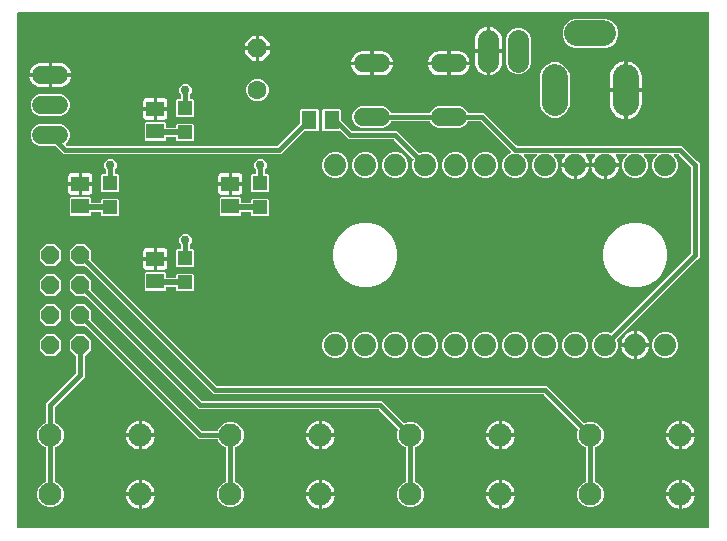
<source format=gbr>
G04 EAGLE Gerber RS-274X export*
G75*
%MOMM*%
%FSLAX34Y34*%
%LPD*%
%INTop Copper*%
%IPPOS*%
%AMOC8*
5,1,8,0,0,1.08239X$1,22.5*%
G01*
%ADD10C,1.943100*%
%ADD11C,1.879600*%
%ADD12P,1.649562X8X112.500000*%
%ADD13C,1.524000*%
%ADD14R,1.200000X1.200000*%
%ADD15R,1.500000X1.300000*%
%ADD16C,2.184400*%
%ADD17R,1.300000X1.500000*%
%ADD18P,1.732040X8X112.500000*%
%ADD19C,1.600200*%
%ADD20C,1.800000*%
%ADD21C,0.406400*%
%ADD22C,0.756400*%
%ADD23C,0.508000*%

G36*
X646198Y10164D02*
X646198Y10164D01*
X646217Y10162D01*
X646319Y10184D01*
X646421Y10200D01*
X646438Y10210D01*
X646458Y10214D01*
X646547Y10267D01*
X646638Y10316D01*
X646652Y10330D01*
X646669Y10340D01*
X646736Y10419D01*
X646808Y10494D01*
X646816Y10512D01*
X646829Y10527D01*
X646868Y10623D01*
X646911Y10717D01*
X646913Y10737D01*
X646921Y10755D01*
X646939Y10922D01*
X646939Y446178D01*
X646936Y446198D01*
X646938Y446217D01*
X646916Y446319D01*
X646900Y446421D01*
X646890Y446438D01*
X646886Y446458D01*
X646833Y446547D01*
X646784Y446638D01*
X646770Y446652D01*
X646760Y446669D01*
X646681Y446736D01*
X646606Y446808D01*
X646588Y446816D01*
X646573Y446829D01*
X646477Y446868D01*
X646383Y446911D01*
X646363Y446913D01*
X646345Y446921D01*
X646178Y446939D01*
X61722Y446939D01*
X61702Y446936D01*
X61683Y446938D01*
X61581Y446916D01*
X61479Y446900D01*
X61462Y446890D01*
X61442Y446886D01*
X61353Y446833D01*
X61262Y446784D01*
X61248Y446770D01*
X61231Y446760D01*
X61164Y446681D01*
X61092Y446606D01*
X61084Y446588D01*
X61071Y446573D01*
X61032Y446477D01*
X60989Y446383D01*
X60987Y446363D01*
X60979Y446345D01*
X60961Y446178D01*
X60961Y10922D01*
X60964Y10902D01*
X60962Y10883D01*
X60984Y10781D01*
X61000Y10679D01*
X61010Y10662D01*
X61014Y10642D01*
X61067Y10553D01*
X61116Y10462D01*
X61130Y10448D01*
X61140Y10431D01*
X61219Y10364D01*
X61294Y10292D01*
X61312Y10284D01*
X61327Y10271D01*
X61423Y10232D01*
X61517Y10189D01*
X61537Y10187D01*
X61555Y10179D01*
X61722Y10161D01*
X646178Y10161D01*
X646198Y10164D01*
G37*
%LPC*%
G36*
X556627Y154177D02*
X556627Y154177D01*
X552613Y155840D01*
X549540Y158913D01*
X547877Y162927D01*
X547877Y167273D01*
X549540Y171287D01*
X552613Y174360D01*
X556627Y176023D01*
X560973Y176023D01*
X563133Y175128D01*
X563247Y175101D01*
X563360Y175073D01*
X563367Y175073D01*
X563373Y175072D01*
X563489Y175083D01*
X563606Y175092D01*
X563611Y175094D01*
X563618Y175095D01*
X563725Y175143D01*
X563832Y175188D01*
X563838Y175193D01*
X563842Y175195D01*
X563856Y175207D01*
X563963Y175293D01*
X631220Y242550D01*
X631273Y242624D01*
X631333Y242694D01*
X631345Y242724D01*
X631364Y242750D01*
X631391Y242837D01*
X631425Y242922D01*
X631429Y242963D01*
X631436Y242985D01*
X631435Y243017D01*
X631443Y243089D01*
X631443Y315711D01*
X631429Y315802D01*
X631421Y315892D01*
X631409Y315922D01*
X631404Y315954D01*
X631361Y316035D01*
X631325Y316119D01*
X631299Y316151D01*
X631288Y316172D01*
X631265Y316194D01*
X631220Y316250D01*
X621050Y326420D01*
X620976Y326473D01*
X620906Y326533D01*
X620876Y326545D01*
X620850Y326564D01*
X620763Y326591D01*
X620678Y326625D01*
X620637Y326629D01*
X620615Y326636D01*
X620583Y326635D01*
X620511Y326643D01*
X617742Y326643D01*
X617671Y326632D01*
X617599Y326630D01*
X617550Y326612D01*
X617499Y326604D01*
X617436Y326570D01*
X617368Y326545D01*
X617328Y326513D01*
X617281Y326488D01*
X617232Y326436D01*
X617176Y326392D01*
X617148Y326348D01*
X617112Y326310D01*
X617082Y326245D01*
X617043Y326185D01*
X617030Y326134D01*
X617008Y326087D01*
X617001Y326016D01*
X616983Y325946D01*
X616987Y325894D01*
X616981Y325843D01*
X616997Y325772D01*
X617002Y325701D01*
X617023Y325653D01*
X617034Y325602D01*
X617070Y325541D01*
X617099Y325475D01*
X617143Y325419D01*
X617160Y325391D01*
X617178Y325376D01*
X617203Y325344D01*
X618860Y323687D01*
X620523Y319673D01*
X620523Y315327D01*
X618860Y311313D01*
X615787Y308240D01*
X611773Y306577D01*
X607427Y306577D01*
X603413Y308240D01*
X600340Y311313D01*
X598677Y315327D01*
X598677Y319673D01*
X600340Y323687D01*
X602251Y325598D01*
X602293Y325656D01*
X602342Y325708D01*
X602364Y325755D01*
X602394Y325797D01*
X602415Y325866D01*
X602446Y325931D01*
X602451Y325983D01*
X602467Y326033D01*
X602465Y326104D01*
X602473Y326175D01*
X602462Y326226D01*
X602460Y326278D01*
X602436Y326346D01*
X602420Y326416D01*
X602394Y326461D01*
X602376Y326509D01*
X602331Y326565D01*
X602294Y326627D01*
X602255Y326661D01*
X602222Y326701D01*
X602162Y326740D01*
X602107Y326787D01*
X602059Y326806D01*
X602015Y326834D01*
X601946Y326852D01*
X601879Y326879D01*
X601808Y326887D01*
X601777Y326895D01*
X601753Y326893D01*
X601712Y326897D01*
X592088Y326897D01*
X592017Y326886D01*
X591945Y326884D01*
X591896Y326866D01*
X591845Y326858D01*
X591782Y326824D01*
X591714Y326799D01*
X591674Y326767D01*
X591627Y326742D01*
X591578Y326690D01*
X591522Y326646D01*
X591494Y326602D01*
X591458Y326564D01*
X591428Y326499D01*
X591389Y326439D01*
X591376Y326388D01*
X591354Y326341D01*
X591347Y326270D01*
X591329Y326200D01*
X591333Y326148D01*
X591327Y326097D01*
X591343Y326026D01*
X591348Y325955D01*
X591369Y325907D01*
X591380Y325856D01*
X591416Y325795D01*
X591445Y325729D01*
X591489Y325673D01*
X591506Y325645D01*
X591524Y325630D01*
X591549Y325598D01*
X593460Y323687D01*
X595123Y319673D01*
X595123Y315327D01*
X593460Y311313D01*
X590387Y308240D01*
X586373Y306577D01*
X582027Y306577D01*
X578013Y308240D01*
X574940Y311313D01*
X573277Y315327D01*
X573277Y319673D01*
X574940Y323687D01*
X576851Y325598D01*
X576893Y325656D01*
X576942Y325708D01*
X576964Y325755D01*
X576994Y325797D01*
X577015Y325866D01*
X577046Y325931D01*
X577051Y325983D01*
X577067Y326033D01*
X577065Y326104D01*
X577073Y326175D01*
X577062Y326226D01*
X577060Y326278D01*
X577036Y326346D01*
X577020Y326416D01*
X576994Y326461D01*
X576976Y326509D01*
X576931Y326565D01*
X576894Y326627D01*
X576855Y326661D01*
X576822Y326701D01*
X576762Y326740D01*
X576707Y326787D01*
X576659Y326806D01*
X576615Y326834D01*
X576546Y326852D01*
X576479Y326879D01*
X576408Y326887D01*
X576377Y326895D01*
X576353Y326893D01*
X576312Y326897D01*
X568124Y326897D01*
X568054Y326886D01*
X567982Y326884D01*
X567933Y326866D01*
X567882Y326858D01*
X567818Y326824D01*
X567751Y326799D01*
X567710Y326767D01*
X567664Y326742D01*
X567615Y326691D01*
X567559Y326646D01*
X567531Y326602D01*
X567495Y326564D01*
X567465Y326499D01*
X567426Y326439D01*
X567413Y326388D01*
X567391Y326341D01*
X567383Y326270D01*
X567366Y326200D01*
X567370Y326148D01*
X567364Y326097D01*
X567379Y326026D01*
X567385Y325955D01*
X567405Y325907D01*
X567416Y325856D01*
X567453Y325795D01*
X567481Y325729D01*
X567526Y325673D01*
X567543Y325645D01*
X567560Y325630D01*
X567586Y325598D01*
X567906Y325278D01*
X569011Y323757D01*
X569864Y322083D01*
X570445Y320296D01*
X570646Y319023D01*
X559562Y319023D01*
X559542Y319020D01*
X559523Y319022D01*
X559421Y319000D01*
X559319Y318983D01*
X559302Y318974D01*
X559282Y318970D01*
X559193Y318917D01*
X559102Y318868D01*
X559088Y318854D01*
X559071Y318844D01*
X559004Y318765D01*
X558933Y318690D01*
X558924Y318672D01*
X558911Y318657D01*
X558873Y318561D01*
X558829Y318467D01*
X558827Y318447D01*
X558819Y318429D01*
X558801Y318262D01*
X558801Y317499D01*
X558799Y317499D01*
X558799Y318262D01*
X558796Y318282D01*
X558798Y318301D01*
X558776Y318403D01*
X558759Y318505D01*
X558750Y318522D01*
X558746Y318542D01*
X558693Y318631D01*
X558644Y318722D01*
X558630Y318736D01*
X558620Y318753D01*
X558541Y318820D01*
X558466Y318891D01*
X558448Y318900D01*
X558433Y318913D01*
X558337Y318952D01*
X558243Y318995D01*
X558223Y318997D01*
X558205Y319005D01*
X558038Y319023D01*
X546954Y319023D01*
X547155Y320296D01*
X547736Y322083D01*
X548589Y323757D01*
X549694Y325278D01*
X550014Y325598D01*
X550056Y325656D01*
X550105Y325708D01*
X550127Y325755D01*
X550157Y325797D01*
X550178Y325866D01*
X550209Y325931D01*
X550214Y325983D01*
X550230Y326033D01*
X550228Y326104D01*
X550236Y326175D01*
X550225Y326226D01*
X550223Y326278D01*
X550199Y326346D01*
X550184Y326416D01*
X550157Y326461D01*
X550139Y326509D01*
X550094Y326565D01*
X550057Y326627D01*
X550018Y326661D01*
X549985Y326701D01*
X549925Y326740D01*
X549870Y326787D01*
X549822Y326806D01*
X549778Y326834D01*
X549709Y326852D01*
X549642Y326879D01*
X549571Y326887D01*
X549540Y326895D01*
X549516Y326893D01*
X549476Y326897D01*
X542724Y326897D01*
X542654Y326886D01*
X542582Y326884D01*
X542533Y326866D01*
X542482Y326858D01*
X542418Y326824D01*
X542351Y326799D01*
X542310Y326767D01*
X542264Y326742D01*
X542215Y326691D01*
X542159Y326646D01*
X542131Y326602D01*
X542095Y326564D01*
X542065Y326499D01*
X542026Y326439D01*
X542013Y326388D01*
X541991Y326341D01*
X541983Y326270D01*
X541966Y326200D01*
X541970Y326148D01*
X541964Y326097D01*
X541979Y326026D01*
X541985Y325955D01*
X542005Y325907D01*
X542016Y325856D01*
X542053Y325795D01*
X542081Y325729D01*
X542126Y325673D01*
X542143Y325645D01*
X542160Y325630D01*
X542186Y325598D01*
X542506Y325278D01*
X543611Y323757D01*
X544464Y322083D01*
X545045Y320296D01*
X545246Y319023D01*
X534162Y319023D01*
X534142Y319020D01*
X534123Y319022D01*
X534021Y319000D01*
X533919Y318983D01*
X533902Y318974D01*
X533882Y318970D01*
X533793Y318917D01*
X533702Y318868D01*
X533688Y318854D01*
X533671Y318844D01*
X533604Y318765D01*
X533533Y318690D01*
X533524Y318672D01*
X533511Y318657D01*
X533473Y318561D01*
X533429Y318467D01*
X533427Y318447D01*
X533419Y318429D01*
X533401Y318262D01*
X533401Y317499D01*
X533399Y317499D01*
X533399Y318262D01*
X533396Y318282D01*
X533398Y318301D01*
X533376Y318403D01*
X533359Y318505D01*
X533350Y318522D01*
X533346Y318542D01*
X533293Y318631D01*
X533244Y318722D01*
X533230Y318736D01*
X533220Y318753D01*
X533141Y318820D01*
X533066Y318891D01*
X533048Y318900D01*
X533033Y318913D01*
X532937Y318952D01*
X532843Y318995D01*
X532823Y318997D01*
X532805Y319005D01*
X532638Y319023D01*
X521554Y319023D01*
X521755Y320296D01*
X522336Y322083D01*
X523189Y323757D01*
X524294Y325278D01*
X524614Y325598D01*
X524656Y325656D01*
X524705Y325708D01*
X524727Y325755D01*
X524757Y325797D01*
X524778Y325866D01*
X524809Y325931D01*
X524814Y325983D01*
X524830Y326033D01*
X524828Y326104D01*
X524836Y326175D01*
X524825Y326226D01*
X524823Y326278D01*
X524799Y326346D01*
X524784Y326416D01*
X524757Y326461D01*
X524739Y326509D01*
X524694Y326565D01*
X524657Y326627D01*
X524618Y326661D01*
X524585Y326701D01*
X524525Y326740D01*
X524470Y326787D01*
X524422Y326806D01*
X524378Y326834D01*
X524309Y326852D01*
X524242Y326879D01*
X524171Y326887D01*
X524140Y326895D01*
X524116Y326893D01*
X524076Y326897D01*
X515888Y326897D01*
X515817Y326886D01*
X515745Y326884D01*
X515696Y326866D01*
X515645Y326858D01*
X515582Y326824D01*
X515514Y326799D01*
X515474Y326767D01*
X515427Y326742D01*
X515378Y326690D01*
X515322Y326646D01*
X515294Y326602D01*
X515258Y326564D01*
X515228Y326499D01*
X515189Y326439D01*
X515176Y326388D01*
X515154Y326341D01*
X515147Y326270D01*
X515129Y326200D01*
X515133Y326148D01*
X515127Y326097D01*
X515143Y326026D01*
X515148Y325955D01*
X515169Y325907D01*
X515180Y325856D01*
X515216Y325795D01*
X515245Y325729D01*
X515289Y325673D01*
X515306Y325645D01*
X515324Y325630D01*
X515349Y325598D01*
X517260Y323687D01*
X518923Y319673D01*
X518923Y315327D01*
X517260Y311313D01*
X514187Y308240D01*
X510173Y306577D01*
X505827Y306577D01*
X501813Y308240D01*
X498740Y311313D01*
X497077Y315327D01*
X497077Y319673D01*
X498740Y323687D01*
X500651Y325598D01*
X500693Y325656D01*
X500742Y325708D01*
X500764Y325755D01*
X500794Y325797D01*
X500815Y325866D01*
X500846Y325931D01*
X500851Y325983D01*
X500867Y326033D01*
X500865Y326104D01*
X500873Y326175D01*
X500862Y326226D01*
X500860Y326278D01*
X500836Y326346D01*
X500820Y326416D01*
X500794Y326461D01*
X500776Y326509D01*
X500731Y326565D01*
X500694Y326627D01*
X500655Y326661D01*
X500622Y326701D01*
X500562Y326740D01*
X500507Y326787D01*
X500459Y326806D01*
X500415Y326834D01*
X500346Y326852D01*
X500279Y326879D01*
X500208Y326887D01*
X500177Y326895D01*
X500153Y326893D01*
X500112Y326897D01*
X490488Y326897D01*
X490417Y326886D01*
X490345Y326884D01*
X490296Y326866D01*
X490245Y326858D01*
X490182Y326824D01*
X490114Y326799D01*
X490074Y326767D01*
X490027Y326742D01*
X489978Y326690D01*
X489922Y326646D01*
X489894Y326602D01*
X489858Y326564D01*
X489828Y326499D01*
X489789Y326439D01*
X489776Y326388D01*
X489754Y326341D01*
X489747Y326270D01*
X489729Y326200D01*
X489733Y326148D01*
X489727Y326097D01*
X489743Y326026D01*
X489748Y325955D01*
X489769Y325907D01*
X489780Y325856D01*
X489816Y325795D01*
X489845Y325729D01*
X489889Y325673D01*
X489906Y325645D01*
X489924Y325630D01*
X489949Y325598D01*
X491860Y323687D01*
X493523Y319673D01*
X493523Y315327D01*
X491860Y311313D01*
X488787Y308240D01*
X484773Y306577D01*
X480427Y306577D01*
X476413Y308240D01*
X473340Y311313D01*
X471677Y315327D01*
X471677Y319673D01*
X473340Y323687D01*
X476413Y326760D01*
X478611Y327670D01*
X478650Y327695D01*
X478693Y327710D01*
X478745Y327752D01*
X478755Y327757D01*
X478761Y327763D01*
X478820Y327800D01*
X478849Y327835D01*
X478885Y327864D01*
X478927Y327930D01*
X478977Y327989D01*
X478993Y328032D01*
X479018Y328071D01*
X479037Y328147D01*
X479065Y328219D01*
X479067Y328265D01*
X479078Y328309D01*
X479072Y328387D01*
X479076Y328465D01*
X479063Y328509D01*
X479059Y328555D01*
X479029Y328626D01*
X479007Y328701D01*
X478981Y328739D01*
X478963Y328781D01*
X478877Y328888D01*
X478867Y328903D01*
X478863Y328906D01*
X478858Y328912D01*
X453156Y354614D01*
X453082Y354667D01*
X453012Y354727D01*
X452982Y354739D01*
X452956Y354758D01*
X452869Y354785D01*
X452784Y354819D01*
X452743Y354823D01*
X452721Y354830D01*
X452689Y354829D01*
X452617Y354837D01*
X442766Y354837D01*
X442651Y354818D01*
X442535Y354801D01*
X442529Y354799D01*
X442523Y354798D01*
X442420Y354743D01*
X442315Y354690D01*
X442311Y354685D01*
X442305Y354682D01*
X442226Y354598D01*
X442143Y354514D01*
X442140Y354508D01*
X442136Y354504D01*
X442128Y354487D01*
X442062Y354367D01*
X441585Y353214D01*
X439012Y350641D01*
X435651Y349249D01*
X416773Y349249D01*
X413412Y350641D01*
X410839Y353214D01*
X410362Y354367D01*
X410300Y354467D01*
X410240Y354567D01*
X410235Y354571D01*
X410232Y354576D01*
X410142Y354651D01*
X410053Y354727D01*
X410047Y354729D01*
X410043Y354733D01*
X409934Y354775D01*
X409825Y354819D01*
X409818Y354820D01*
X409813Y354821D01*
X409795Y354822D01*
X409658Y354837D01*
X377742Y354837D01*
X377627Y354818D01*
X377511Y354801D01*
X377505Y354799D01*
X377499Y354798D01*
X377396Y354743D01*
X377291Y354690D01*
X377287Y354685D01*
X377281Y354682D01*
X377202Y354598D01*
X377119Y354514D01*
X377116Y354508D01*
X377112Y354504D01*
X377104Y354487D01*
X377038Y354367D01*
X376561Y353214D01*
X373988Y350641D01*
X370627Y349249D01*
X351749Y349249D01*
X348388Y350641D01*
X345815Y353214D01*
X344423Y356575D01*
X344423Y360213D01*
X345815Y363574D01*
X348388Y366147D01*
X351749Y367539D01*
X370627Y367539D01*
X373988Y366147D01*
X376561Y363574D01*
X377038Y362421D01*
X377100Y362321D01*
X377160Y362221D01*
X377165Y362217D01*
X377168Y362212D01*
X377258Y362137D01*
X377347Y362061D01*
X377353Y362059D01*
X377357Y362055D01*
X377466Y362013D01*
X377575Y361969D01*
X377582Y361968D01*
X377587Y361967D01*
X377605Y361966D01*
X377742Y361951D01*
X409658Y361951D01*
X409773Y361970D01*
X409889Y361987D01*
X409895Y361989D01*
X409901Y361990D01*
X410004Y362045D01*
X410109Y362098D01*
X410113Y362103D01*
X410119Y362106D01*
X410198Y362189D01*
X410281Y362274D01*
X410284Y362280D01*
X410288Y362284D01*
X410296Y362301D01*
X410362Y362421D01*
X410839Y363574D01*
X413412Y366147D01*
X416773Y367539D01*
X435651Y367539D01*
X439012Y366147D01*
X441585Y363574D01*
X442062Y362421D01*
X442124Y362321D01*
X442184Y362221D01*
X442189Y362217D01*
X442192Y362212D01*
X442282Y362137D01*
X442371Y362061D01*
X442377Y362059D01*
X442381Y362055D01*
X442490Y362013D01*
X442599Y361969D01*
X442606Y361968D01*
X442611Y361967D01*
X442629Y361966D01*
X442766Y361951D01*
X455879Y361951D01*
X483596Y334234D01*
X483670Y334181D01*
X483740Y334121D01*
X483770Y334109D01*
X483796Y334090D01*
X483883Y334063D01*
X483968Y334029D01*
X484009Y334025D01*
X484031Y334018D01*
X484063Y334019D01*
X484135Y334011D01*
X616439Y334011D01*
X616470Y333980D01*
X616544Y333927D01*
X616613Y333867D01*
X616644Y333855D01*
X616670Y333836D01*
X616757Y333809D01*
X616842Y333775D01*
X616883Y333771D01*
X616905Y333764D01*
X616937Y333765D01*
X617008Y333757D01*
X623773Y333757D01*
X636250Y321280D01*
X638557Y318973D01*
X638557Y239827D01*
X636250Y237520D01*
X568993Y170263D01*
X568925Y170168D01*
X568855Y170074D01*
X568853Y170068D01*
X568849Y170063D01*
X568815Y169952D01*
X568779Y169840D01*
X568779Y169834D01*
X568777Y169828D01*
X568780Y169711D01*
X568781Y169594D01*
X568783Y169587D01*
X568783Y169582D01*
X568790Y169565D01*
X568828Y169433D01*
X569723Y167273D01*
X569723Y162927D01*
X568060Y158913D01*
X564987Y155840D01*
X560973Y154177D01*
X556627Y154177D01*
G37*
%LPD*%
%LPC*%
G36*
X543864Y27622D02*
X543864Y27622D01*
X539733Y29333D01*
X536571Y32495D01*
X534860Y36626D01*
X534860Y41098D01*
X536571Y45229D01*
X539733Y48391D01*
X542073Y49360D01*
X542173Y49422D01*
X542273Y49482D01*
X542277Y49487D01*
X542282Y49490D01*
X542357Y49580D01*
X542433Y49669D01*
X542435Y49675D01*
X542439Y49680D01*
X542481Y49788D01*
X542525Y49897D01*
X542526Y49905D01*
X542527Y49909D01*
X542528Y49927D01*
X542543Y50064D01*
X542543Y77698D01*
X542524Y77813D01*
X542507Y77929D01*
X542505Y77935D01*
X542504Y77941D01*
X542449Y78044D01*
X542396Y78148D01*
X542391Y78153D01*
X542388Y78158D01*
X542304Y78238D01*
X542220Y78321D01*
X542214Y78324D01*
X542210Y78328D01*
X542193Y78336D01*
X542073Y78402D01*
X539733Y79371D01*
X536571Y82533D01*
X534860Y86664D01*
X534860Y91136D01*
X535829Y93476D01*
X535856Y93590D01*
X535884Y93703D01*
X535884Y93710D01*
X535885Y93716D01*
X535874Y93832D01*
X535865Y93949D01*
X535863Y93954D01*
X535862Y93961D01*
X535814Y94068D01*
X535769Y94175D01*
X535764Y94181D01*
X535762Y94185D01*
X535750Y94199D01*
X535664Y94306D01*
X506750Y123220D01*
X506676Y123273D01*
X506606Y123333D01*
X506576Y123345D01*
X506550Y123364D01*
X506463Y123391D01*
X506378Y123425D01*
X506337Y123429D01*
X506315Y123436D01*
X506283Y123435D01*
X506211Y123443D01*
X227127Y123443D01*
X118638Y231932D01*
X118564Y231985D01*
X118494Y232045D01*
X118464Y232057D01*
X118438Y232076D01*
X118351Y232103D01*
X118266Y232137D01*
X118225Y232141D01*
X118203Y232148D01*
X118171Y232147D01*
X118099Y232155D01*
X110512Y232155D01*
X105155Y237512D01*
X105155Y245088D01*
X110512Y250445D01*
X118088Y250445D01*
X123445Y245088D01*
X123445Y237501D01*
X123459Y237410D01*
X123467Y237320D01*
X123479Y237290D01*
X123484Y237258D01*
X123527Y237177D01*
X123563Y237093D01*
X123589Y237061D01*
X123600Y237040D01*
X123623Y237018D01*
X123668Y236962D01*
X229850Y130780D01*
X229924Y130727D01*
X229994Y130667D01*
X230024Y130655D01*
X230050Y130636D01*
X230137Y130609D01*
X230222Y130575D01*
X230263Y130571D01*
X230285Y130564D01*
X230317Y130565D01*
X230389Y130557D01*
X509473Y130557D01*
X511780Y128250D01*
X540694Y99336D01*
X540789Y99268D01*
X540883Y99198D01*
X540889Y99196D01*
X540894Y99192D01*
X541005Y99158D01*
X541117Y99122D01*
X541123Y99122D01*
X541129Y99120D01*
X541246Y99123D01*
X541363Y99124D01*
X541370Y99126D01*
X541375Y99126D01*
X541392Y99133D01*
X541524Y99171D01*
X543864Y100140D01*
X548336Y100140D01*
X552467Y98429D01*
X555629Y95267D01*
X557340Y91136D01*
X557340Y86664D01*
X555629Y82533D01*
X552467Y79371D01*
X550127Y78402D01*
X550027Y78340D01*
X549927Y78280D01*
X549923Y78275D01*
X549918Y78272D01*
X549843Y78182D01*
X549767Y78093D01*
X549765Y78087D01*
X549761Y78082D01*
X549719Y77974D01*
X549675Y77865D01*
X549674Y77857D01*
X549673Y77853D01*
X549672Y77835D01*
X549657Y77698D01*
X549657Y50064D01*
X549676Y49949D01*
X549693Y49833D01*
X549695Y49827D01*
X549696Y49821D01*
X549751Y49718D01*
X549804Y49614D01*
X549809Y49609D01*
X549812Y49604D01*
X549896Y49524D01*
X549980Y49441D01*
X549986Y49438D01*
X549990Y49434D01*
X550007Y49426D01*
X550127Y49360D01*
X552467Y48391D01*
X555629Y45229D01*
X557340Y41098D01*
X557340Y36626D01*
X555629Y32495D01*
X552467Y29333D01*
X548336Y27622D01*
X543864Y27622D01*
G37*
%LPD*%
%LPC*%
G36*
X391464Y27622D02*
X391464Y27622D01*
X387333Y29333D01*
X384171Y32495D01*
X382460Y36626D01*
X382460Y41098D01*
X384171Y45229D01*
X387333Y48391D01*
X389673Y49360D01*
X389773Y49422D01*
X389873Y49482D01*
X389877Y49487D01*
X389882Y49490D01*
X389957Y49580D01*
X390033Y49669D01*
X390035Y49675D01*
X390039Y49680D01*
X390081Y49788D01*
X390125Y49897D01*
X390126Y49905D01*
X390127Y49909D01*
X390128Y49927D01*
X390143Y50064D01*
X390143Y77698D01*
X390124Y77813D01*
X390107Y77929D01*
X390105Y77935D01*
X390104Y77941D01*
X390049Y78044D01*
X389996Y78148D01*
X389991Y78153D01*
X389988Y78158D01*
X389904Y78238D01*
X389820Y78321D01*
X389814Y78324D01*
X389810Y78328D01*
X389793Y78336D01*
X389673Y78402D01*
X387333Y79371D01*
X384171Y82533D01*
X382460Y86664D01*
X382460Y91136D01*
X383429Y93476D01*
X383456Y93590D01*
X383484Y93703D01*
X383484Y93710D01*
X383485Y93716D01*
X383474Y93832D01*
X383465Y93949D01*
X383463Y93954D01*
X383462Y93961D01*
X383414Y94068D01*
X383369Y94175D01*
X383364Y94181D01*
X383362Y94185D01*
X383350Y94199D01*
X383264Y94306D01*
X367050Y110520D01*
X366976Y110573D01*
X366906Y110633D01*
X366876Y110645D01*
X366850Y110664D01*
X366763Y110691D01*
X366678Y110725D01*
X366637Y110729D01*
X366615Y110736D01*
X366583Y110735D01*
X366511Y110743D01*
X214427Y110743D01*
X118638Y206532D01*
X118564Y206585D01*
X118494Y206645D01*
X118464Y206657D01*
X118438Y206676D01*
X118351Y206703D01*
X118266Y206737D01*
X118225Y206741D01*
X118203Y206748D01*
X118171Y206747D01*
X118099Y206755D01*
X110512Y206755D01*
X105155Y212112D01*
X105155Y219688D01*
X110512Y225045D01*
X118088Y225045D01*
X123445Y219688D01*
X123445Y212101D01*
X123459Y212010D01*
X123467Y211920D01*
X123479Y211890D01*
X123484Y211858D01*
X123527Y211777D01*
X123563Y211693D01*
X123589Y211661D01*
X123600Y211640D01*
X123623Y211618D01*
X123668Y211562D01*
X217150Y118080D01*
X217224Y118027D01*
X217294Y117967D01*
X217324Y117955D01*
X217350Y117936D01*
X217437Y117909D01*
X217522Y117875D01*
X217563Y117871D01*
X217585Y117864D01*
X217617Y117865D01*
X217689Y117857D01*
X369773Y117857D01*
X388294Y99336D01*
X388388Y99268D01*
X388483Y99198D01*
X388489Y99196D01*
X388494Y99192D01*
X388605Y99158D01*
X388717Y99122D01*
X388723Y99122D01*
X388729Y99120D01*
X388846Y99123D01*
X388963Y99124D01*
X388970Y99126D01*
X388975Y99126D01*
X388992Y99133D01*
X389124Y99171D01*
X391464Y100140D01*
X395936Y100140D01*
X400067Y98429D01*
X403229Y95267D01*
X404940Y91136D01*
X404940Y86664D01*
X403229Y82533D01*
X400067Y79371D01*
X397727Y78402D01*
X397627Y78340D01*
X397527Y78280D01*
X397523Y78275D01*
X397518Y78272D01*
X397443Y78182D01*
X397367Y78093D01*
X397365Y78087D01*
X397361Y78082D01*
X397319Y77974D01*
X397275Y77865D01*
X397274Y77857D01*
X397273Y77853D01*
X397272Y77835D01*
X397257Y77698D01*
X397257Y50064D01*
X397276Y49949D01*
X397293Y49833D01*
X397295Y49827D01*
X397296Y49821D01*
X397351Y49718D01*
X397404Y49614D01*
X397409Y49609D01*
X397412Y49604D01*
X397496Y49524D01*
X397580Y49441D01*
X397586Y49438D01*
X397590Y49434D01*
X397607Y49426D01*
X397727Y49360D01*
X400067Y48391D01*
X403229Y45229D01*
X404940Y41098D01*
X404940Y36626D01*
X403229Y32495D01*
X400067Y29333D01*
X395936Y27622D01*
X391464Y27622D01*
G37*
%LPD*%
%LPC*%
G36*
X100127Y326643D02*
X100127Y326643D01*
X93238Y333532D01*
X93164Y333585D01*
X93094Y333645D01*
X93064Y333657D01*
X93038Y333676D01*
X92951Y333703D01*
X92866Y333737D01*
X92825Y333741D01*
X92803Y333748D01*
X92771Y333747D01*
X92699Y333755D01*
X79461Y333755D01*
X76100Y335147D01*
X73527Y337720D01*
X72135Y341081D01*
X72135Y344719D01*
X73527Y348080D01*
X76100Y350653D01*
X79461Y352045D01*
X98339Y352045D01*
X101700Y350653D01*
X104273Y348080D01*
X105665Y344719D01*
X105665Y341081D01*
X104273Y337720D01*
X102230Y335677D01*
X102218Y335661D01*
X102202Y335648D01*
X102146Y335561D01*
X102086Y335477D01*
X102080Y335458D01*
X102069Y335441D01*
X102044Y335341D01*
X102014Y335242D01*
X102014Y335222D01*
X102009Y335203D01*
X102017Y335100D01*
X102020Y334996D01*
X102027Y334978D01*
X102028Y334958D01*
X102069Y334863D01*
X102104Y334765D01*
X102117Y334750D01*
X102125Y334731D01*
X102230Y334600D01*
X102850Y333980D01*
X102924Y333927D01*
X102994Y333867D01*
X103024Y333855D01*
X103050Y333836D01*
X103137Y333809D01*
X103222Y333775D01*
X103263Y333771D01*
X103285Y333764D01*
X103317Y333765D01*
X103389Y333757D01*
X280811Y333757D01*
X280902Y333771D01*
X280992Y333779D01*
X281022Y333791D01*
X281054Y333796D01*
X281135Y333839D01*
X281219Y333875D01*
X281251Y333901D01*
X281272Y333912D01*
X281294Y333935D01*
X281350Y333980D01*
X299752Y352382D01*
X299805Y352456D01*
X299865Y352526D01*
X299877Y352556D01*
X299896Y352582D01*
X299923Y352669D01*
X299957Y352754D01*
X299961Y352795D01*
X299968Y352817D01*
X299967Y352849D01*
X299975Y352921D01*
X299975Y363732D01*
X300868Y364625D01*
X315132Y364625D01*
X316025Y363732D01*
X316025Y347468D01*
X315132Y346575D01*
X304321Y346575D01*
X304230Y346561D01*
X304140Y346553D01*
X304110Y346541D01*
X304078Y346536D01*
X303997Y346493D01*
X303913Y346457D01*
X303881Y346431D01*
X303860Y346420D01*
X303838Y346397D01*
X303782Y346352D01*
X284073Y326643D01*
X100127Y326643D01*
G37*
%LPD*%
%LPC*%
G36*
X239064Y27622D02*
X239064Y27622D01*
X234933Y29333D01*
X231771Y32495D01*
X230060Y36626D01*
X230060Y41098D01*
X231771Y45229D01*
X234933Y48391D01*
X237273Y49360D01*
X237373Y49422D01*
X237473Y49482D01*
X237477Y49487D01*
X237482Y49490D01*
X237557Y49580D01*
X237633Y49669D01*
X237635Y49675D01*
X237639Y49680D01*
X237681Y49788D01*
X237725Y49897D01*
X237726Y49905D01*
X237727Y49909D01*
X237728Y49927D01*
X237743Y50064D01*
X237743Y77698D01*
X237724Y77813D01*
X237707Y77929D01*
X237705Y77935D01*
X237704Y77941D01*
X237649Y78044D01*
X237596Y78148D01*
X237591Y78153D01*
X237588Y78158D01*
X237504Y78238D01*
X237420Y78321D01*
X237414Y78324D01*
X237410Y78328D01*
X237393Y78336D01*
X237273Y78402D01*
X234933Y79371D01*
X231771Y82533D01*
X230802Y84873D01*
X230740Y84973D01*
X230680Y85073D01*
X230675Y85077D01*
X230672Y85082D01*
X230582Y85157D01*
X230493Y85233D01*
X230487Y85235D01*
X230482Y85239D01*
X230374Y85281D01*
X230265Y85325D01*
X230257Y85326D01*
X230253Y85327D01*
X230235Y85328D01*
X230098Y85343D01*
X214427Y85343D01*
X118638Y181132D01*
X118564Y181185D01*
X118494Y181245D01*
X118464Y181257D01*
X118438Y181276D01*
X118351Y181303D01*
X118266Y181337D01*
X118225Y181341D01*
X118203Y181348D01*
X118171Y181347D01*
X118099Y181355D01*
X110512Y181355D01*
X105155Y186712D01*
X105155Y194288D01*
X110512Y199645D01*
X118088Y199645D01*
X123445Y194288D01*
X123445Y186701D01*
X123459Y186610D01*
X123467Y186520D01*
X123479Y186490D01*
X123484Y186458D01*
X123527Y186377D01*
X123563Y186293D01*
X123589Y186261D01*
X123600Y186240D01*
X123623Y186218D01*
X123668Y186162D01*
X217150Y92680D01*
X217224Y92627D01*
X217294Y92567D01*
X217324Y92555D01*
X217350Y92536D01*
X217437Y92509D01*
X217522Y92475D01*
X217563Y92471D01*
X217585Y92464D01*
X217617Y92465D01*
X217689Y92457D01*
X230098Y92457D01*
X230213Y92476D01*
X230329Y92493D01*
X230335Y92495D01*
X230341Y92496D01*
X230444Y92551D01*
X230548Y92604D01*
X230553Y92609D01*
X230558Y92612D01*
X230638Y92696D01*
X230721Y92780D01*
X230724Y92786D01*
X230728Y92790D01*
X230736Y92807D01*
X230802Y92927D01*
X231771Y95267D01*
X234933Y98429D01*
X239064Y100140D01*
X243536Y100140D01*
X247667Y98429D01*
X250829Y95267D01*
X252540Y91136D01*
X252540Y86664D01*
X250829Y82533D01*
X247667Y79371D01*
X245327Y78402D01*
X245227Y78340D01*
X245127Y78280D01*
X245123Y78275D01*
X245118Y78272D01*
X245043Y78182D01*
X244967Y78093D01*
X244965Y78087D01*
X244961Y78082D01*
X244919Y77974D01*
X244875Y77865D01*
X244874Y77857D01*
X244873Y77853D01*
X244872Y77835D01*
X244857Y77698D01*
X244857Y50064D01*
X244876Y49949D01*
X244893Y49833D01*
X244895Y49827D01*
X244896Y49821D01*
X244951Y49718D01*
X245004Y49614D01*
X245009Y49609D01*
X245012Y49604D01*
X245096Y49524D01*
X245180Y49441D01*
X245186Y49438D01*
X245190Y49434D01*
X245207Y49426D01*
X245327Y49360D01*
X247667Y48391D01*
X250829Y45229D01*
X252540Y41098D01*
X252540Y36626D01*
X250829Y32495D01*
X247667Y29333D01*
X243536Y27622D01*
X239064Y27622D01*
G37*
%LPD*%
%LPC*%
G36*
X352022Y214121D02*
X352022Y214121D01*
X345109Y215973D01*
X338912Y219552D01*
X333852Y224612D01*
X330273Y230809D01*
X328421Y237722D01*
X328421Y244878D01*
X330273Y251791D01*
X333852Y257988D01*
X338912Y263048D01*
X345109Y266627D01*
X352022Y268479D01*
X359178Y268479D01*
X366091Y266627D01*
X372288Y263048D01*
X377348Y257988D01*
X380927Y251791D01*
X382779Y244878D01*
X382779Y237722D01*
X380927Y230809D01*
X377348Y224612D01*
X372288Y219552D01*
X366091Y215973D01*
X359178Y214121D01*
X352022Y214121D01*
G37*
%LPD*%
%LPC*%
G36*
X580622Y214121D02*
X580622Y214121D01*
X573709Y215973D01*
X567512Y219552D01*
X562452Y224612D01*
X558873Y230809D01*
X557021Y237722D01*
X557021Y244878D01*
X558873Y251791D01*
X562452Y257988D01*
X567512Y263048D01*
X573709Y266627D01*
X580622Y268479D01*
X587778Y268479D01*
X594691Y266627D01*
X600888Y263048D01*
X605948Y257988D01*
X609527Y251791D01*
X611379Y244878D01*
X611379Y237722D01*
X609527Y230809D01*
X605948Y224612D01*
X600888Y219552D01*
X594691Y215973D01*
X587778Y214121D01*
X580622Y214121D01*
G37*
%LPD*%
%LPC*%
G36*
X86664Y27622D02*
X86664Y27622D01*
X82533Y29333D01*
X79371Y32495D01*
X77660Y36626D01*
X77660Y41098D01*
X79371Y45229D01*
X82533Y48391D01*
X84873Y49360D01*
X84973Y49422D01*
X85073Y49482D01*
X85077Y49487D01*
X85082Y49490D01*
X85157Y49580D01*
X85233Y49669D01*
X85235Y49675D01*
X85239Y49680D01*
X85281Y49788D01*
X85325Y49897D01*
X85326Y49905D01*
X85327Y49909D01*
X85328Y49927D01*
X85343Y50064D01*
X85343Y77698D01*
X85324Y77813D01*
X85307Y77929D01*
X85305Y77935D01*
X85304Y77941D01*
X85249Y78044D01*
X85196Y78148D01*
X85191Y78153D01*
X85188Y78158D01*
X85104Y78238D01*
X85020Y78321D01*
X85014Y78324D01*
X85010Y78328D01*
X84993Y78336D01*
X84873Y78402D01*
X82533Y79371D01*
X79371Y82533D01*
X77660Y86664D01*
X77660Y91136D01*
X79371Y95267D01*
X82533Y98429D01*
X84873Y99398D01*
X84973Y99460D01*
X85073Y99520D01*
X85077Y99525D01*
X85082Y99528D01*
X85157Y99618D01*
X85233Y99707D01*
X85235Y99713D01*
X85239Y99718D01*
X85281Y99826D01*
X85325Y99935D01*
X85326Y99943D01*
X85327Y99947D01*
X85328Y99965D01*
X85343Y100102D01*
X85343Y115773D01*
X110520Y140950D01*
X110573Y141024D01*
X110633Y141094D01*
X110645Y141124D01*
X110664Y141150D01*
X110691Y141237D01*
X110725Y141322D01*
X110729Y141363D01*
X110736Y141385D01*
X110735Y141417D01*
X110743Y141489D01*
X110743Y155409D01*
X110729Y155499D01*
X110721Y155590D01*
X110709Y155620D01*
X110704Y155652D01*
X110661Y155732D01*
X110625Y155816D01*
X110599Y155848D01*
X110588Y155869D01*
X110565Y155891D01*
X110520Y155947D01*
X105155Y161312D01*
X105155Y168888D01*
X110512Y174245D01*
X118088Y174245D01*
X123445Y168888D01*
X123445Y161312D01*
X118080Y155947D01*
X118027Y155873D01*
X117967Y155804D01*
X117955Y155774D01*
X117936Y155747D01*
X117909Y155660D01*
X117875Y155576D01*
X117871Y155535D01*
X117864Y155512D01*
X117865Y155480D01*
X117857Y155409D01*
X117857Y138227D01*
X92680Y113050D01*
X92627Y112976D01*
X92567Y112906D01*
X92555Y112876D01*
X92536Y112850D01*
X92509Y112763D01*
X92475Y112678D01*
X92471Y112637D01*
X92464Y112615D01*
X92465Y112583D01*
X92457Y112511D01*
X92457Y100102D01*
X92476Y99987D01*
X92493Y99871D01*
X92495Y99865D01*
X92496Y99859D01*
X92551Y99756D01*
X92604Y99652D01*
X92609Y99647D01*
X92612Y99642D01*
X92696Y99562D01*
X92780Y99479D01*
X92786Y99476D01*
X92790Y99472D01*
X92807Y99464D01*
X92927Y99398D01*
X95267Y98429D01*
X98429Y95267D01*
X100140Y91136D01*
X100140Y86664D01*
X98429Y82533D01*
X95267Y79371D01*
X92927Y78402D01*
X92827Y78340D01*
X92727Y78280D01*
X92723Y78275D01*
X92718Y78272D01*
X92643Y78182D01*
X92567Y78093D01*
X92565Y78087D01*
X92561Y78082D01*
X92519Y77974D01*
X92475Y77865D01*
X92474Y77857D01*
X92473Y77853D01*
X92472Y77835D01*
X92457Y77698D01*
X92457Y50064D01*
X92476Y49949D01*
X92493Y49833D01*
X92495Y49827D01*
X92496Y49821D01*
X92551Y49718D01*
X92604Y49614D01*
X92609Y49609D01*
X92612Y49604D01*
X92696Y49524D01*
X92780Y49441D01*
X92786Y49438D01*
X92790Y49434D01*
X92807Y49426D01*
X92927Y49360D01*
X95267Y48391D01*
X98429Y45229D01*
X100140Y41098D01*
X100140Y36626D01*
X98429Y32495D01*
X95267Y29333D01*
X91136Y27622D01*
X86664Y27622D01*
G37*
%LPD*%
%LPC*%
G36*
X404227Y306577D02*
X404227Y306577D01*
X400213Y308240D01*
X397140Y311313D01*
X395477Y315327D01*
X395477Y319673D01*
X396372Y321833D01*
X396399Y321947D01*
X396427Y322060D01*
X396427Y322067D01*
X396428Y322073D01*
X396417Y322189D01*
X396408Y322306D01*
X396406Y322311D01*
X396405Y322318D01*
X396357Y322425D01*
X396312Y322532D01*
X396307Y322538D01*
X396305Y322542D01*
X396293Y322556D01*
X396207Y322663D01*
X379750Y339120D01*
X379676Y339173D01*
X379606Y339233D01*
X379576Y339245D01*
X379550Y339264D01*
X379463Y339291D01*
X379378Y339325D01*
X379337Y339329D01*
X379315Y339336D01*
X379283Y339335D01*
X379211Y339343D01*
X341427Y339343D01*
X334418Y346352D01*
X334344Y346405D01*
X334274Y346465D01*
X334244Y346477D01*
X334218Y346496D01*
X334131Y346523D01*
X334046Y346557D01*
X334005Y346561D01*
X333983Y346568D01*
X333951Y346567D01*
X333879Y346575D01*
X319868Y346575D01*
X318975Y347468D01*
X318975Y363732D01*
X319868Y364625D01*
X334132Y364625D01*
X335025Y363732D01*
X335025Y356121D01*
X335039Y356030D01*
X335047Y355940D01*
X335059Y355910D01*
X335064Y355878D01*
X335107Y355797D01*
X335143Y355713D01*
X335169Y355681D01*
X335180Y355660D01*
X335203Y355638D01*
X335248Y355582D01*
X344150Y346680D01*
X344224Y346627D01*
X344294Y346567D01*
X344324Y346555D01*
X344350Y346536D01*
X344437Y346509D01*
X344522Y346475D01*
X344563Y346471D01*
X344585Y346464D01*
X344617Y346465D01*
X344689Y346457D01*
X382473Y346457D01*
X401237Y327693D01*
X401331Y327625D01*
X401426Y327555D01*
X401432Y327553D01*
X401437Y327549D01*
X401548Y327515D01*
X401660Y327479D01*
X401666Y327479D01*
X401672Y327477D01*
X401789Y327480D01*
X401906Y327481D01*
X401913Y327483D01*
X401918Y327483D01*
X401935Y327490D01*
X402067Y327528D01*
X404227Y328423D01*
X408573Y328423D01*
X412587Y326760D01*
X415660Y323687D01*
X417323Y319673D01*
X417323Y315327D01*
X415660Y311313D01*
X412587Y308240D01*
X408573Y306577D01*
X404227Y306577D01*
G37*
%LPD*%
%LPC*%
G36*
X532702Y416553D02*
X532702Y416553D01*
X528127Y418448D01*
X524626Y421949D01*
X522731Y426524D01*
X522731Y431476D01*
X524626Y436051D01*
X528127Y439552D01*
X532702Y441447D01*
X559498Y441447D01*
X564073Y439552D01*
X567574Y436051D01*
X569469Y431476D01*
X569469Y426524D01*
X567574Y421949D01*
X564073Y418448D01*
X559498Y416553D01*
X532702Y416553D01*
G37*
%LPD*%
%LPC*%
G36*
X513624Y357631D02*
X513624Y357631D01*
X509049Y359526D01*
X505548Y363027D01*
X503653Y367602D01*
X503653Y394398D01*
X505548Y398973D01*
X509049Y402474D01*
X513624Y404369D01*
X518576Y404369D01*
X523151Y402474D01*
X526652Y398973D01*
X528547Y394398D01*
X528547Y367602D01*
X526652Y363027D01*
X523151Y359526D01*
X518576Y357631D01*
X513624Y357631D01*
G37*
%LPD*%
%LPC*%
G36*
X483047Y394495D02*
X483047Y394495D01*
X479178Y396098D01*
X476218Y399058D01*
X474615Y402927D01*
X474615Y425113D01*
X476218Y428982D01*
X479178Y431942D01*
X483047Y433545D01*
X487233Y433545D01*
X491102Y431942D01*
X494062Y428982D01*
X495665Y425113D01*
X495665Y402927D01*
X494062Y399058D01*
X491102Y396098D01*
X487233Y394495D01*
X483047Y394495D01*
G37*
%LPD*%
%LPC*%
G36*
X196568Y210575D02*
X196568Y210575D01*
X195675Y211468D01*
X195675Y213274D01*
X195672Y213294D01*
X195674Y213313D01*
X195652Y213414D01*
X195636Y213517D01*
X195626Y213534D01*
X195622Y213554D01*
X195569Y213643D01*
X195520Y213734D01*
X195506Y213748D01*
X195496Y213765D01*
X195417Y213832D01*
X195342Y213904D01*
X195324Y213912D01*
X195309Y213925D01*
X195213Y213964D01*
X195119Y214007D01*
X195099Y214009D01*
X195081Y214017D01*
X194914Y214035D01*
X187586Y214035D01*
X187566Y214032D01*
X187547Y214034D01*
X187445Y214012D01*
X187343Y213996D01*
X187326Y213986D01*
X187306Y213982D01*
X187217Y213929D01*
X187126Y213880D01*
X187112Y213866D01*
X187095Y213856D01*
X187028Y213777D01*
X186956Y213702D01*
X186948Y213684D01*
X186935Y213669D01*
X186896Y213573D01*
X186853Y213479D01*
X186851Y213459D01*
X186843Y213441D01*
X186825Y213274D01*
X186825Y211968D01*
X185932Y211075D01*
X169668Y211075D01*
X168775Y211968D01*
X168775Y226232D01*
X169668Y227125D01*
X185932Y227125D01*
X186825Y226232D01*
X186825Y222926D01*
X186828Y222906D01*
X186826Y222887D01*
X186848Y222785D01*
X186864Y222683D01*
X186874Y222666D01*
X186878Y222646D01*
X186931Y222557D01*
X186980Y222466D01*
X186994Y222452D01*
X187004Y222435D01*
X187083Y222368D01*
X187158Y222296D01*
X187176Y222288D01*
X187191Y222275D01*
X187287Y222236D01*
X187381Y222193D01*
X187401Y222191D01*
X187419Y222183D01*
X187586Y222165D01*
X194914Y222165D01*
X194934Y222168D01*
X194953Y222166D01*
X195055Y222188D01*
X195157Y222204D01*
X195174Y222214D01*
X195194Y222218D01*
X195283Y222271D01*
X195374Y222320D01*
X195388Y222334D01*
X195405Y222344D01*
X195472Y222423D01*
X195544Y222498D01*
X195552Y222516D01*
X195565Y222531D01*
X195604Y222627D01*
X195647Y222721D01*
X195649Y222741D01*
X195657Y222759D01*
X195675Y222926D01*
X195675Y224732D01*
X196568Y225625D01*
X209832Y225625D01*
X210725Y224732D01*
X210725Y211468D01*
X209832Y210575D01*
X196568Y210575D01*
G37*
%LPD*%
%LPC*%
G36*
X196568Y337575D02*
X196568Y337575D01*
X195675Y338468D01*
X195675Y340274D01*
X195672Y340294D01*
X195674Y340313D01*
X195652Y340415D01*
X195636Y340517D01*
X195626Y340534D01*
X195622Y340554D01*
X195569Y340643D01*
X195520Y340734D01*
X195506Y340748D01*
X195496Y340765D01*
X195417Y340832D01*
X195342Y340904D01*
X195324Y340912D01*
X195309Y340925D01*
X195213Y340964D01*
X195119Y341007D01*
X195099Y341009D01*
X195081Y341017D01*
X194914Y341035D01*
X187586Y341035D01*
X187566Y341032D01*
X187547Y341034D01*
X187445Y341012D01*
X187343Y340996D01*
X187326Y340986D01*
X187306Y340982D01*
X187217Y340929D01*
X187126Y340880D01*
X187112Y340866D01*
X187095Y340856D01*
X187028Y340777D01*
X186956Y340702D01*
X186948Y340684D01*
X186935Y340669D01*
X186896Y340573D01*
X186853Y340479D01*
X186851Y340459D01*
X186843Y340441D01*
X186825Y340274D01*
X186825Y338968D01*
X185932Y338075D01*
X169668Y338075D01*
X168775Y338968D01*
X168775Y353232D01*
X169668Y354125D01*
X185932Y354125D01*
X186825Y353232D01*
X186825Y349926D01*
X186828Y349906D01*
X186826Y349887D01*
X186848Y349785D01*
X186864Y349683D01*
X186874Y349666D01*
X186878Y349646D01*
X186931Y349557D01*
X186980Y349466D01*
X186994Y349452D01*
X187004Y349435D01*
X187083Y349368D01*
X187158Y349296D01*
X187176Y349288D01*
X187191Y349275D01*
X187287Y349236D01*
X187381Y349193D01*
X187401Y349191D01*
X187419Y349183D01*
X187586Y349165D01*
X194914Y349165D01*
X194934Y349168D01*
X194953Y349166D01*
X195055Y349188D01*
X195157Y349204D01*
X195174Y349214D01*
X195194Y349218D01*
X195283Y349271D01*
X195374Y349320D01*
X195388Y349334D01*
X195405Y349344D01*
X195472Y349423D01*
X195544Y349498D01*
X195552Y349516D01*
X195565Y349531D01*
X195604Y349627D01*
X195647Y349721D01*
X195649Y349741D01*
X195657Y349759D01*
X195675Y349926D01*
X195675Y351732D01*
X196568Y352625D01*
X209832Y352625D01*
X210725Y351732D01*
X210725Y338468D01*
X209832Y337575D01*
X196568Y337575D01*
G37*
%LPD*%
%LPC*%
G36*
X260068Y274075D02*
X260068Y274075D01*
X259175Y274968D01*
X259175Y276774D01*
X259172Y276794D01*
X259174Y276813D01*
X259152Y276915D01*
X259136Y277017D01*
X259126Y277034D01*
X259122Y277054D01*
X259069Y277143D01*
X259020Y277234D01*
X259006Y277248D01*
X258996Y277265D01*
X258917Y277332D01*
X258842Y277404D01*
X258824Y277412D01*
X258809Y277425D01*
X258713Y277464D01*
X258619Y277507D01*
X258599Y277509D01*
X258581Y277517D01*
X258414Y277535D01*
X251086Y277535D01*
X251066Y277532D01*
X251047Y277534D01*
X250945Y277512D01*
X250843Y277496D01*
X250826Y277486D01*
X250806Y277482D01*
X250717Y277429D01*
X250626Y277380D01*
X250612Y277366D01*
X250595Y277356D01*
X250528Y277277D01*
X250456Y277202D01*
X250448Y277184D01*
X250435Y277169D01*
X250396Y277073D01*
X250353Y276979D01*
X250351Y276959D01*
X250343Y276941D01*
X250325Y276774D01*
X250325Y275468D01*
X249432Y274575D01*
X233168Y274575D01*
X232275Y275468D01*
X232275Y289732D01*
X233168Y290625D01*
X249432Y290625D01*
X250325Y289732D01*
X250325Y286426D01*
X250328Y286406D01*
X250326Y286387D01*
X250348Y286285D01*
X250364Y286183D01*
X250374Y286166D01*
X250378Y286146D01*
X250431Y286057D01*
X250480Y285966D01*
X250494Y285952D01*
X250504Y285935D01*
X250583Y285868D01*
X250658Y285796D01*
X250676Y285788D01*
X250691Y285775D01*
X250787Y285736D01*
X250881Y285693D01*
X250901Y285691D01*
X250919Y285683D01*
X251086Y285665D01*
X258414Y285665D01*
X258434Y285668D01*
X258453Y285666D01*
X258555Y285688D01*
X258657Y285704D01*
X258674Y285714D01*
X258694Y285718D01*
X258783Y285771D01*
X258874Y285820D01*
X258888Y285834D01*
X258905Y285844D01*
X258972Y285923D01*
X259044Y285998D01*
X259052Y286016D01*
X259065Y286031D01*
X259104Y286127D01*
X259147Y286221D01*
X259149Y286241D01*
X259157Y286259D01*
X259175Y286426D01*
X259175Y288232D01*
X260068Y289125D01*
X273332Y289125D01*
X274225Y288232D01*
X274225Y274968D01*
X273332Y274075D01*
X260068Y274075D01*
G37*
%LPD*%
%LPC*%
G36*
X133068Y274075D02*
X133068Y274075D01*
X132175Y274968D01*
X132175Y276774D01*
X132172Y276794D01*
X132174Y276813D01*
X132152Y276915D01*
X132136Y277017D01*
X132126Y277034D01*
X132122Y277054D01*
X132069Y277143D01*
X132020Y277234D01*
X132006Y277248D01*
X131996Y277265D01*
X131917Y277332D01*
X131842Y277404D01*
X131824Y277412D01*
X131809Y277425D01*
X131713Y277464D01*
X131619Y277507D01*
X131599Y277509D01*
X131581Y277517D01*
X131414Y277535D01*
X124086Y277535D01*
X124066Y277532D01*
X124047Y277534D01*
X123945Y277512D01*
X123843Y277496D01*
X123826Y277486D01*
X123806Y277482D01*
X123717Y277429D01*
X123626Y277380D01*
X123612Y277366D01*
X123595Y277356D01*
X123528Y277277D01*
X123456Y277202D01*
X123448Y277184D01*
X123435Y277169D01*
X123396Y277073D01*
X123353Y276979D01*
X123351Y276959D01*
X123343Y276941D01*
X123325Y276774D01*
X123325Y275468D01*
X122432Y274575D01*
X106168Y274575D01*
X105275Y275468D01*
X105275Y289732D01*
X106168Y290625D01*
X122432Y290625D01*
X123325Y289732D01*
X123325Y286426D01*
X123328Y286406D01*
X123326Y286387D01*
X123348Y286285D01*
X123364Y286183D01*
X123374Y286166D01*
X123378Y286146D01*
X123431Y286057D01*
X123480Y285966D01*
X123494Y285952D01*
X123504Y285935D01*
X123583Y285868D01*
X123658Y285796D01*
X123676Y285788D01*
X123691Y285775D01*
X123787Y285736D01*
X123881Y285693D01*
X123901Y285691D01*
X123919Y285683D01*
X124086Y285665D01*
X131414Y285665D01*
X131434Y285668D01*
X131453Y285666D01*
X131555Y285688D01*
X131657Y285704D01*
X131674Y285714D01*
X131694Y285718D01*
X131783Y285771D01*
X131874Y285820D01*
X131888Y285834D01*
X131905Y285844D01*
X131972Y285923D01*
X132044Y285998D01*
X132052Y286016D01*
X132065Y286031D01*
X132104Y286127D01*
X132147Y286221D01*
X132149Y286241D01*
X132157Y286259D01*
X132175Y286426D01*
X132175Y288232D01*
X133068Y289125D01*
X146332Y289125D01*
X147225Y288232D01*
X147225Y274968D01*
X146332Y274075D01*
X133068Y274075D01*
G37*
%LPD*%
%LPC*%
G36*
X79461Y359155D02*
X79461Y359155D01*
X76100Y360547D01*
X73527Y363120D01*
X72135Y366481D01*
X72135Y370119D01*
X73527Y373480D01*
X76100Y376053D01*
X79461Y377445D01*
X98339Y377445D01*
X101700Y376053D01*
X104273Y373480D01*
X105665Y370119D01*
X105665Y366481D01*
X104273Y363120D01*
X101700Y360547D01*
X98339Y359155D01*
X79461Y359155D01*
G37*
%LPD*%
%LPC*%
G36*
X531227Y154177D02*
X531227Y154177D01*
X527213Y155840D01*
X524140Y158913D01*
X522477Y162927D01*
X522477Y167273D01*
X524140Y171287D01*
X527213Y174360D01*
X531227Y176023D01*
X535573Y176023D01*
X539587Y174360D01*
X542660Y171287D01*
X544323Y167273D01*
X544323Y162927D01*
X542660Y158913D01*
X539587Y155840D01*
X535573Y154177D01*
X531227Y154177D01*
G37*
%LPD*%
%LPC*%
G36*
X455027Y154177D02*
X455027Y154177D01*
X451013Y155840D01*
X447940Y158913D01*
X446277Y162927D01*
X446277Y167273D01*
X447940Y171287D01*
X451013Y174360D01*
X455027Y176023D01*
X459373Y176023D01*
X463387Y174360D01*
X466460Y171287D01*
X468123Y167273D01*
X468123Y162927D01*
X466460Y158913D01*
X463387Y155840D01*
X459373Y154177D01*
X455027Y154177D01*
G37*
%LPD*%
%LPC*%
G36*
X505827Y154177D02*
X505827Y154177D01*
X501813Y155840D01*
X498740Y158913D01*
X497077Y162927D01*
X497077Y167273D01*
X498740Y171287D01*
X501813Y174360D01*
X505827Y176023D01*
X510173Y176023D01*
X514187Y174360D01*
X517260Y171287D01*
X518923Y167273D01*
X518923Y162927D01*
X517260Y158913D01*
X514187Y155840D01*
X510173Y154177D01*
X505827Y154177D01*
G37*
%LPD*%
%LPC*%
G36*
X480427Y154177D02*
X480427Y154177D01*
X476413Y155840D01*
X473340Y158913D01*
X471677Y162927D01*
X471677Y167273D01*
X473340Y171287D01*
X476413Y174360D01*
X480427Y176023D01*
X484773Y176023D01*
X488787Y174360D01*
X491860Y171287D01*
X493523Y167273D01*
X493523Y162927D01*
X491860Y158913D01*
X488787Y155840D01*
X484773Y154177D01*
X480427Y154177D01*
G37*
%LPD*%
%LPC*%
G36*
X607427Y154177D02*
X607427Y154177D01*
X603413Y155840D01*
X600340Y158913D01*
X598677Y162927D01*
X598677Y167273D01*
X600340Y171287D01*
X603413Y174360D01*
X607427Y176023D01*
X611773Y176023D01*
X615787Y174360D01*
X618860Y171287D01*
X620523Y167273D01*
X620523Y162927D01*
X618860Y158913D01*
X615787Y155840D01*
X611773Y154177D01*
X607427Y154177D01*
G37*
%LPD*%
%LPC*%
G36*
X328027Y154177D02*
X328027Y154177D01*
X324013Y155840D01*
X320940Y158913D01*
X319277Y162927D01*
X319277Y167273D01*
X320940Y171287D01*
X324013Y174360D01*
X328027Y176023D01*
X332373Y176023D01*
X336387Y174360D01*
X339460Y171287D01*
X341123Y167273D01*
X341123Y162927D01*
X339460Y158913D01*
X336387Y155840D01*
X332373Y154177D01*
X328027Y154177D01*
G37*
%LPD*%
%LPC*%
G36*
X378827Y306577D02*
X378827Y306577D01*
X374813Y308240D01*
X371740Y311313D01*
X370077Y315327D01*
X370077Y319673D01*
X371740Y323687D01*
X374813Y326760D01*
X378827Y328423D01*
X383173Y328423D01*
X387187Y326760D01*
X390260Y323687D01*
X391923Y319673D01*
X391923Y315327D01*
X390260Y311313D01*
X387187Y308240D01*
X383173Y306577D01*
X378827Y306577D01*
G37*
%LPD*%
%LPC*%
G36*
X353427Y306577D02*
X353427Y306577D01*
X349413Y308240D01*
X346340Y311313D01*
X344677Y315327D01*
X344677Y319673D01*
X346340Y323687D01*
X349413Y326760D01*
X353427Y328423D01*
X357773Y328423D01*
X361787Y326760D01*
X364860Y323687D01*
X366523Y319673D01*
X366523Y315327D01*
X364860Y311313D01*
X361787Y308240D01*
X357773Y306577D01*
X353427Y306577D01*
G37*
%LPD*%
%LPC*%
G36*
X328027Y306577D02*
X328027Y306577D01*
X324013Y308240D01*
X320940Y311313D01*
X319277Y315327D01*
X319277Y319673D01*
X320940Y323687D01*
X324013Y326760D01*
X328027Y328423D01*
X332373Y328423D01*
X336387Y326760D01*
X339460Y323687D01*
X341123Y319673D01*
X341123Y315327D01*
X339460Y311313D01*
X336387Y308240D01*
X332373Y306577D01*
X328027Y306577D01*
G37*
%LPD*%
%LPC*%
G36*
X455027Y306577D02*
X455027Y306577D01*
X451013Y308240D01*
X447940Y311313D01*
X446277Y315327D01*
X446277Y319673D01*
X447940Y323687D01*
X451013Y326760D01*
X455027Y328423D01*
X459373Y328423D01*
X463387Y326760D01*
X466460Y323687D01*
X468123Y319673D01*
X468123Y315327D01*
X466460Y311313D01*
X463387Y308240D01*
X459373Y306577D01*
X455027Y306577D01*
G37*
%LPD*%
%LPC*%
G36*
X429627Y306577D02*
X429627Y306577D01*
X425613Y308240D01*
X422540Y311313D01*
X420877Y315327D01*
X420877Y319673D01*
X422540Y323687D01*
X425613Y326760D01*
X429627Y328423D01*
X433973Y328423D01*
X437987Y326760D01*
X441060Y323687D01*
X442723Y319673D01*
X442723Y315327D01*
X441060Y311313D01*
X437987Y308240D01*
X433973Y306577D01*
X429627Y306577D01*
G37*
%LPD*%
%LPC*%
G36*
X404227Y154177D02*
X404227Y154177D01*
X400213Y155840D01*
X397140Y158913D01*
X395477Y162927D01*
X395477Y167273D01*
X397140Y171287D01*
X400213Y174360D01*
X404227Y176023D01*
X408573Y176023D01*
X412587Y174360D01*
X415660Y171287D01*
X417323Y167273D01*
X417323Y162927D01*
X415660Y158913D01*
X412587Y155840D01*
X408573Y154177D01*
X404227Y154177D01*
G37*
%LPD*%
%LPC*%
G36*
X378827Y154177D02*
X378827Y154177D01*
X374813Y155840D01*
X371740Y158913D01*
X370077Y162927D01*
X370077Y167273D01*
X371740Y171287D01*
X374813Y174360D01*
X378827Y176023D01*
X383173Y176023D01*
X387187Y174360D01*
X390260Y171287D01*
X391923Y167273D01*
X391923Y162927D01*
X390260Y158913D01*
X387187Y155840D01*
X383173Y154177D01*
X378827Y154177D01*
G37*
%LPD*%
%LPC*%
G36*
X429627Y154177D02*
X429627Y154177D01*
X425613Y155840D01*
X422540Y158913D01*
X420877Y162927D01*
X420877Y167273D01*
X422540Y171287D01*
X425613Y174360D01*
X429627Y176023D01*
X433973Y176023D01*
X437987Y174360D01*
X441060Y171287D01*
X442723Y167273D01*
X442723Y162927D01*
X441060Y158913D01*
X437987Y155840D01*
X433973Y154177D01*
X429627Y154177D01*
G37*
%LPD*%
%LPC*%
G36*
X353427Y154177D02*
X353427Y154177D01*
X349413Y155840D01*
X346340Y158913D01*
X344677Y162927D01*
X344677Y167273D01*
X346340Y171287D01*
X349413Y174360D01*
X353427Y176023D01*
X357773Y176023D01*
X361787Y174360D01*
X364860Y171287D01*
X366523Y167273D01*
X366523Y162927D01*
X364860Y158913D01*
X361787Y155840D01*
X357773Y154177D01*
X353427Y154177D01*
G37*
%LPD*%
%LPC*%
G36*
X133068Y295075D02*
X133068Y295075D01*
X132175Y295968D01*
X132175Y309232D01*
X133068Y310125D01*
X135382Y310125D01*
X135402Y310128D01*
X135421Y310126D01*
X135523Y310148D01*
X135625Y310164D01*
X135642Y310174D01*
X135662Y310178D01*
X135751Y310231D01*
X135842Y310280D01*
X135856Y310294D01*
X135873Y310304D01*
X135940Y310383D01*
X136012Y310458D01*
X136020Y310476D01*
X136033Y310491D01*
X136072Y310587D01*
X136115Y310681D01*
X136117Y310701D01*
X136125Y310719D01*
X136143Y310886D01*
X136143Y313237D01*
X136129Y313327D01*
X136121Y313418D01*
X136109Y313447D01*
X136104Y313479D01*
X136061Y313560D01*
X136025Y313644D01*
X135999Y313676D01*
X135988Y313697D01*
X135965Y313719D01*
X135920Y313775D01*
X134393Y315302D01*
X134393Y319698D01*
X137502Y322807D01*
X141898Y322807D01*
X145007Y319698D01*
X145007Y315302D01*
X143480Y313775D01*
X143427Y313701D01*
X143367Y313631D01*
X143355Y313601D01*
X143336Y313575D01*
X143309Y313488D01*
X143275Y313403D01*
X143271Y313362D01*
X143264Y313340D01*
X143265Y313308D01*
X143257Y313237D01*
X143257Y310886D01*
X143260Y310866D01*
X143258Y310847D01*
X143280Y310745D01*
X143296Y310643D01*
X143306Y310626D01*
X143310Y310606D01*
X143363Y310517D01*
X143412Y310426D01*
X143426Y310412D01*
X143436Y310395D01*
X143515Y310328D01*
X143590Y310256D01*
X143608Y310248D01*
X143623Y310235D01*
X143719Y310196D01*
X143813Y310153D01*
X143833Y310151D01*
X143851Y310143D01*
X144018Y310125D01*
X146332Y310125D01*
X147225Y309232D01*
X147225Y295968D01*
X146332Y295075D01*
X133068Y295075D01*
G37*
%LPD*%
%LPC*%
G36*
X196568Y231575D02*
X196568Y231575D01*
X195675Y232468D01*
X195675Y245732D01*
X196568Y246625D01*
X198882Y246625D01*
X198902Y246628D01*
X198921Y246626D01*
X199023Y246648D01*
X199125Y246664D01*
X199142Y246674D01*
X199162Y246678D01*
X199251Y246731D01*
X199342Y246780D01*
X199356Y246794D01*
X199373Y246804D01*
X199440Y246883D01*
X199512Y246958D01*
X199520Y246976D01*
X199533Y246991D01*
X199572Y247087D01*
X199615Y247181D01*
X199617Y247201D01*
X199625Y247219D01*
X199643Y247386D01*
X199643Y249737D01*
X199629Y249827D01*
X199621Y249918D01*
X199609Y249947D01*
X199604Y249979D01*
X199561Y250060D01*
X199525Y250144D01*
X199499Y250176D01*
X199488Y250197D01*
X199465Y250219D01*
X199420Y250275D01*
X197893Y251802D01*
X197893Y256198D01*
X201002Y259307D01*
X205398Y259307D01*
X208507Y256198D01*
X208507Y251802D01*
X206980Y250275D01*
X206927Y250201D01*
X206867Y250131D01*
X206855Y250101D01*
X206836Y250075D01*
X206809Y249988D01*
X206775Y249903D01*
X206771Y249862D01*
X206764Y249840D01*
X206765Y249808D01*
X206757Y249737D01*
X206757Y247386D01*
X206760Y247366D01*
X206758Y247347D01*
X206780Y247245D01*
X206796Y247143D01*
X206806Y247126D01*
X206810Y247106D01*
X206863Y247017D01*
X206912Y246926D01*
X206926Y246912D01*
X206936Y246895D01*
X207015Y246828D01*
X207090Y246756D01*
X207108Y246748D01*
X207123Y246735D01*
X207219Y246696D01*
X207313Y246653D01*
X207333Y246651D01*
X207351Y246643D01*
X207518Y246625D01*
X209832Y246625D01*
X210725Y245732D01*
X210725Y232468D01*
X209832Y231575D01*
X196568Y231575D01*
G37*
%LPD*%
%LPC*%
G36*
X260068Y295075D02*
X260068Y295075D01*
X259175Y295968D01*
X259175Y309232D01*
X260068Y310125D01*
X262382Y310125D01*
X262402Y310128D01*
X262421Y310126D01*
X262523Y310148D01*
X262625Y310164D01*
X262642Y310174D01*
X262662Y310178D01*
X262751Y310231D01*
X262842Y310280D01*
X262856Y310294D01*
X262873Y310304D01*
X262940Y310383D01*
X263012Y310458D01*
X263020Y310476D01*
X263033Y310491D01*
X263072Y310587D01*
X263115Y310681D01*
X263117Y310701D01*
X263125Y310719D01*
X263143Y310886D01*
X263143Y313237D01*
X263129Y313327D01*
X263121Y313418D01*
X263109Y313447D01*
X263104Y313479D01*
X263061Y313560D01*
X263025Y313644D01*
X262999Y313676D01*
X262988Y313697D01*
X262965Y313719D01*
X262920Y313775D01*
X261393Y315302D01*
X261393Y319698D01*
X264502Y322807D01*
X268898Y322807D01*
X272007Y319698D01*
X272007Y315302D01*
X270480Y313775D01*
X270427Y313701D01*
X270367Y313631D01*
X270355Y313601D01*
X270336Y313575D01*
X270309Y313488D01*
X270275Y313403D01*
X270271Y313362D01*
X270264Y313340D01*
X270265Y313308D01*
X270257Y313237D01*
X270257Y310886D01*
X270260Y310866D01*
X270258Y310847D01*
X270280Y310745D01*
X270296Y310643D01*
X270306Y310626D01*
X270310Y310606D01*
X270363Y310517D01*
X270412Y310426D01*
X270426Y310412D01*
X270436Y310395D01*
X270515Y310328D01*
X270590Y310256D01*
X270608Y310248D01*
X270623Y310235D01*
X270719Y310196D01*
X270813Y310153D01*
X270833Y310151D01*
X270851Y310143D01*
X271018Y310125D01*
X273332Y310125D01*
X274225Y309232D01*
X274225Y295968D01*
X273332Y295075D01*
X260068Y295075D01*
G37*
%LPD*%
%LPC*%
G36*
X196568Y358575D02*
X196568Y358575D01*
X195675Y359468D01*
X195675Y372732D01*
X196568Y373625D01*
X198882Y373625D01*
X198902Y373628D01*
X198921Y373626D01*
X199023Y373648D01*
X199125Y373664D01*
X199142Y373674D01*
X199162Y373678D01*
X199251Y373731D01*
X199342Y373780D01*
X199356Y373794D01*
X199373Y373804D01*
X199440Y373883D01*
X199512Y373958D01*
X199520Y373976D01*
X199533Y373991D01*
X199572Y374087D01*
X199615Y374181D01*
X199617Y374201D01*
X199625Y374219D01*
X199643Y374386D01*
X199643Y376737D01*
X199629Y376827D01*
X199621Y376918D01*
X199609Y376947D01*
X199604Y376979D01*
X199561Y377060D01*
X199525Y377144D01*
X199499Y377176D01*
X199488Y377197D01*
X199465Y377219D01*
X199420Y377275D01*
X197893Y378802D01*
X197893Y383198D01*
X201002Y386307D01*
X205398Y386307D01*
X208507Y383198D01*
X208507Y378802D01*
X206980Y377275D01*
X206927Y377201D01*
X206867Y377131D01*
X206855Y377101D01*
X206836Y377075D01*
X206809Y376988D01*
X206775Y376903D01*
X206771Y376862D01*
X206764Y376840D01*
X206765Y376808D01*
X206757Y376737D01*
X206757Y374386D01*
X206760Y374366D01*
X206758Y374347D01*
X206780Y374245D01*
X206796Y374143D01*
X206806Y374126D01*
X206810Y374106D01*
X206863Y374017D01*
X206912Y373926D01*
X206926Y373912D01*
X206936Y373895D01*
X207015Y373828D01*
X207090Y373756D01*
X207108Y373748D01*
X207123Y373735D01*
X207219Y373696D01*
X207313Y373653D01*
X207333Y373651D01*
X207351Y373643D01*
X207518Y373625D01*
X209832Y373625D01*
X210725Y372732D01*
X210725Y359468D01*
X209832Y358575D01*
X196568Y358575D01*
G37*
%LPD*%
%LPC*%
G36*
X262265Y371474D02*
X262265Y371474D01*
X258764Y372924D01*
X256084Y375604D01*
X254634Y379105D01*
X254634Y382895D01*
X256084Y386396D01*
X258764Y389076D01*
X262265Y390526D01*
X266055Y390526D01*
X269556Y389076D01*
X272236Y386396D01*
X273686Y382895D01*
X273686Y379105D01*
X272236Y375604D01*
X269556Y372924D01*
X266055Y371474D01*
X262265Y371474D01*
G37*
%LPD*%
%LPC*%
G36*
X85112Y181355D02*
X85112Y181355D01*
X79755Y186712D01*
X79755Y194288D01*
X85112Y199645D01*
X92688Y199645D01*
X98045Y194288D01*
X98045Y186712D01*
X92688Y181355D01*
X85112Y181355D01*
G37*
%LPD*%
%LPC*%
G36*
X85112Y232155D02*
X85112Y232155D01*
X79755Y237512D01*
X79755Y245088D01*
X85112Y250445D01*
X92688Y250445D01*
X98045Y245088D01*
X98045Y237512D01*
X92688Y232155D01*
X85112Y232155D01*
G37*
%LPD*%
%LPC*%
G36*
X85112Y155955D02*
X85112Y155955D01*
X79755Y161312D01*
X79755Y168888D01*
X85112Y174245D01*
X92688Y174245D01*
X98045Y168888D01*
X98045Y161312D01*
X92688Y155955D01*
X85112Y155955D01*
G37*
%LPD*%
%LPC*%
G36*
X85112Y206755D02*
X85112Y206755D01*
X79755Y212112D01*
X79755Y219688D01*
X85112Y225045D01*
X92688Y225045D01*
X98045Y219688D01*
X98045Y212112D01*
X92688Y206755D01*
X85112Y206755D01*
G37*
%LPD*%
%LPC*%
G36*
X577623Y382523D02*
X577623Y382523D01*
X577623Y405311D01*
X579252Y405053D01*
X581268Y404398D01*
X583156Y403436D01*
X584870Y402191D01*
X586369Y400692D01*
X587614Y398978D01*
X588576Y397090D01*
X589231Y395074D01*
X589563Y392982D01*
X589563Y382523D01*
X577623Y382523D01*
G37*
%LPD*%
%LPC*%
G36*
X577623Y379477D02*
X577623Y379477D01*
X589563Y379477D01*
X589563Y369018D01*
X589231Y366926D01*
X588576Y364910D01*
X587614Y363022D01*
X586369Y361308D01*
X584870Y359809D01*
X583156Y358564D01*
X581268Y357602D01*
X579252Y356947D01*
X577623Y356689D01*
X577623Y379477D01*
G37*
%LPD*%
%LPC*%
G36*
X562637Y382523D02*
X562637Y382523D01*
X562637Y392982D01*
X562969Y395074D01*
X563624Y397090D01*
X564586Y398978D01*
X565831Y400692D01*
X567330Y402191D01*
X569044Y403436D01*
X570932Y404398D01*
X572948Y405053D01*
X574577Y405311D01*
X574577Y382523D01*
X562637Y382523D01*
G37*
%LPD*%
%LPC*%
G36*
X572948Y356947D02*
X572948Y356947D01*
X570932Y357602D01*
X569044Y358564D01*
X567330Y359809D01*
X565831Y361308D01*
X564586Y363022D01*
X563624Y364910D01*
X562969Y366926D01*
X562637Y369018D01*
X562637Y379477D01*
X574577Y379477D01*
X574577Y356689D01*
X572948Y356947D01*
G37*
%LPD*%
%LPC*%
G36*
X461263Y415543D02*
X461263Y415543D01*
X461263Y434463D01*
X462442Y434277D01*
X464170Y433715D01*
X465789Y432891D01*
X467258Y431823D01*
X468543Y430538D01*
X469611Y429069D01*
X470435Y427450D01*
X470997Y425722D01*
X471281Y423928D01*
X471281Y415543D01*
X461263Y415543D01*
G37*
%LPD*%
%LPC*%
G36*
X461263Y412497D02*
X461263Y412497D01*
X471281Y412497D01*
X471281Y404112D01*
X470997Y402318D01*
X470435Y400590D01*
X469611Y398971D01*
X468543Y397502D01*
X467258Y396217D01*
X465789Y395149D01*
X464170Y394325D01*
X462442Y393763D01*
X461263Y393577D01*
X461263Y412497D01*
G37*
%LPD*%
%LPC*%
G36*
X448199Y415543D02*
X448199Y415543D01*
X448199Y423928D01*
X448483Y425722D01*
X449045Y427450D01*
X449869Y429069D01*
X450937Y430538D01*
X452222Y431823D01*
X453691Y432891D01*
X455310Y433715D01*
X457038Y434277D01*
X458217Y434463D01*
X458217Y415543D01*
X448199Y415543D01*
G37*
%LPD*%
%LPC*%
G36*
X457038Y393763D02*
X457038Y393763D01*
X455310Y394325D01*
X453691Y395149D01*
X452222Y396217D01*
X450937Y397502D01*
X449869Y398971D01*
X449045Y400590D01*
X448483Y402318D01*
X448199Y404112D01*
X448199Y412497D01*
X458217Y412497D01*
X458217Y393577D01*
X457038Y393763D01*
G37*
%LPD*%
%LPC*%
G36*
X362711Y405129D02*
X362711Y405129D01*
X362711Y413767D01*
X369608Y413767D01*
X371187Y413517D01*
X372708Y413022D01*
X374133Y412296D01*
X375427Y411356D01*
X376558Y410225D01*
X377498Y408931D01*
X378224Y407506D01*
X378719Y405985D01*
X378854Y405129D01*
X362711Y405129D01*
G37*
%LPD*%
%LPC*%
G36*
X427735Y405129D02*
X427735Y405129D01*
X427735Y413767D01*
X434632Y413767D01*
X436211Y413517D01*
X437732Y413022D01*
X439157Y412296D01*
X440451Y411356D01*
X441582Y410225D01*
X442522Y408931D01*
X443248Y407506D01*
X443743Y405985D01*
X443878Y405129D01*
X427735Y405129D01*
G37*
%LPD*%
%LPC*%
G36*
X90423Y395223D02*
X90423Y395223D01*
X90423Y403861D01*
X97320Y403861D01*
X98899Y403611D01*
X100420Y403116D01*
X101845Y402390D01*
X103139Y401450D01*
X104270Y400319D01*
X105210Y399025D01*
X105936Y397600D01*
X106431Y396079D01*
X106566Y395223D01*
X90423Y395223D01*
G37*
%LPD*%
%LPC*%
G36*
X408546Y405129D02*
X408546Y405129D01*
X408681Y405985D01*
X409176Y407506D01*
X409902Y408931D01*
X410842Y410225D01*
X411973Y411356D01*
X413267Y412296D01*
X414692Y413022D01*
X416213Y413517D01*
X417792Y413767D01*
X424689Y413767D01*
X424689Y405129D01*
X408546Y405129D01*
G37*
%LPD*%
%LPC*%
G36*
X343522Y405129D02*
X343522Y405129D01*
X343657Y405985D01*
X344152Y407506D01*
X344878Y408931D01*
X345818Y410225D01*
X346949Y411356D01*
X348243Y412296D01*
X349668Y413022D01*
X351189Y413517D01*
X352768Y413767D01*
X359665Y413767D01*
X359665Y405129D01*
X343522Y405129D01*
G37*
%LPD*%
%LPC*%
G36*
X71234Y395223D02*
X71234Y395223D01*
X71369Y396079D01*
X71864Y397600D01*
X72590Y399025D01*
X73530Y400319D01*
X74661Y401450D01*
X75955Y402390D01*
X77380Y403116D01*
X78901Y403611D01*
X80480Y403861D01*
X87377Y403861D01*
X87377Y395223D01*
X71234Y395223D01*
G37*
%LPD*%
%LPC*%
G36*
X427735Y393445D02*
X427735Y393445D01*
X427735Y402083D01*
X443878Y402083D01*
X443743Y401227D01*
X443248Y399706D01*
X442522Y398281D01*
X441582Y396987D01*
X440451Y395856D01*
X439157Y394916D01*
X437732Y394190D01*
X436211Y393695D01*
X434632Y393445D01*
X427735Y393445D01*
G37*
%LPD*%
%LPC*%
G36*
X362711Y393445D02*
X362711Y393445D01*
X362711Y402083D01*
X378854Y402083D01*
X378719Y401227D01*
X378224Y399706D01*
X377498Y398281D01*
X376558Y396987D01*
X375427Y395856D01*
X374133Y394916D01*
X372708Y394190D01*
X371187Y393695D01*
X369608Y393445D01*
X362711Y393445D01*
G37*
%LPD*%
%LPC*%
G36*
X90423Y383539D02*
X90423Y383539D01*
X90423Y392177D01*
X106566Y392177D01*
X106431Y391321D01*
X105936Y389800D01*
X105210Y388375D01*
X104270Y387081D01*
X103139Y385950D01*
X101845Y385010D01*
X100420Y384284D01*
X98899Y383789D01*
X97320Y383539D01*
X90423Y383539D01*
G37*
%LPD*%
%LPC*%
G36*
X417792Y393445D02*
X417792Y393445D01*
X416213Y393695D01*
X414692Y394190D01*
X413267Y394916D01*
X411973Y395856D01*
X410842Y396987D01*
X409902Y398281D01*
X409176Y399706D01*
X408681Y401227D01*
X408546Y402083D01*
X424689Y402083D01*
X424689Y393445D01*
X417792Y393445D01*
G37*
%LPD*%
%LPC*%
G36*
X352768Y393445D02*
X352768Y393445D01*
X351189Y393695D01*
X349668Y394190D01*
X348243Y394916D01*
X346949Y395856D01*
X345818Y396987D01*
X344878Y398281D01*
X344152Y399706D01*
X343657Y401227D01*
X343522Y402083D01*
X359665Y402083D01*
X359665Y393445D01*
X352768Y393445D01*
G37*
%LPD*%
%LPC*%
G36*
X80480Y383539D02*
X80480Y383539D01*
X78901Y383789D01*
X77380Y384284D01*
X75955Y385010D01*
X74661Y385950D01*
X73530Y387081D01*
X72590Y388375D01*
X71864Y389800D01*
X71369Y391321D01*
X71234Y392177D01*
X87377Y392177D01*
X87377Y383539D01*
X80480Y383539D01*
G37*
%LPD*%
%LPC*%
G36*
X319023Y90423D02*
X319023Y90423D01*
X319023Y101068D01*
X320370Y100854D01*
X322205Y100258D01*
X323924Y99383D01*
X325485Y98248D01*
X326848Y96885D01*
X327983Y95324D01*
X328858Y93605D01*
X329454Y91770D01*
X329668Y90423D01*
X319023Y90423D01*
G37*
%LPD*%
%LPC*%
G36*
X166623Y90423D02*
X166623Y90423D01*
X166623Y101068D01*
X167970Y100854D01*
X169805Y100258D01*
X171524Y99383D01*
X173085Y98248D01*
X174448Y96885D01*
X175583Y95324D01*
X176458Y93605D01*
X177054Y91770D01*
X177268Y90423D01*
X166623Y90423D01*
G37*
%LPD*%
%LPC*%
G36*
X623823Y40385D02*
X623823Y40385D01*
X623823Y51030D01*
X625170Y50816D01*
X627005Y50220D01*
X628724Y49345D01*
X630285Y48210D01*
X631648Y46847D01*
X632783Y45286D01*
X633658Y43567D01*
X634254Y41732D01*
X634468Y40385D01*
X623823Y40385D01*
G37*
%LPD*%
%LPC*%
G36*
X166623Y40385D02*
X166623Y40385D01*
X166623Y51030D01*
X167970Y50816D01*
X169805Y50220D01*
X171524Y49345D01*
X173085Y48210D01*
X174448Y46847D01*
X175583Y45286D01*
X176458Y43567D01*
X177054Y41732D01*
X177268Y40385D01*
X166623Y40385D01*
G37*
%LPD*%
%LPC*%
G36*
X471423Y40385D02*
X471423Y40385D01*
X471423Y51030D01*
X472770Y50816D01*
X474605Y50220D01*
X476324Y49345D01*
X477885Y48210D01*
X479248Y46847D01*
X480383Y45286D01*
X481258Y43567D01*
X481854Y41732D01*
X482068Y40385D01*
X471423Y40385D01*
G37*
%LPD*%
%LPC*%
G36*
X319023Y40385D02*
X319023Y40385D01*
X319023Y51030D01*
X320370Y50816D01*
X322205Y50220D01*
X323924Y49345D01*
X325485Y48210D01*
X326848Y46847D01*
X327983Y45286D01*
X328858Y43567D01*
X329454Y41732D01*
X329668Y40385D01*
X319023Y40385D01*
G37*
%LPD*%
%LPC*%
G36*
X623823Y90423D02*
X623823Y90423D01*
X623823Y101068D01*
X625170Y100854D01*
X627005Y100258D01*
X628724Y99383D01*
X630285Y98248D01*
X631648Y96885D01*
X632783Y95324D01*
X633658Y93605D01*
X634254Y91770D01*
X634468Y90423D01*
X623823Y90423D01*
G37*
%LPD*%
%LPC*%
G36*
X471423Y90423D02*
X471423Y90423D01*
X471423Y101068D01*
X472770Y100854D01*
X474605Y100258D01*
X476324Y99383D01*
X477885Y98248D01*
X479248Y96885D01*
X480383Y95324D01*
X481258Y93605D01*
X481854Y91770D01*
X482068Y90423D01*
X471423Y90423D01*
G37*
%LPD*%
%LPC*%
G36*
X457732Y40385D02*
X457732Y40385D01*
X457946Y41732D01*
X458542Y43567D01*
X459417Y45286D01*
X460552Y46847D01*
X461915Y48210D01*
X463476Y49345D01*
X465195Y50220D01*
X467030Y50816D01*
X468377Y51030D01*
X468377Y40385D01*
X457732Y40385D01*
G37*
%LPD*%
%LPC*%
G36*
X623823Y37339D02*
X623823Y37339D01*
X634468Y37339D01*
X634254Y35992D01*
X633658Y34157D01*
X632783Y32438D01*
X631648Y30877D01*
X630285Y29514D01*
X628724Y28379D01*
X627005Y27504D01*
X625170Y26908D01*
X623823Y26694D01*
X623823Y37339D01*
G37*
%LPD*%
%LPC*%
G36*
X471423Y37339D02*
X471423Y37339D01*
X482068Y37339D01*
X481854Y35992D01*
X481258Y34157D01*
X480383Y32438D01*
X479248Y30877D01*
X477885Y29514D01*
X476324Y28379D01*
X474605Y27504D01*
X472770Y26908D01*
X471423Y26694D01*
X471423Y37339D01*
G37*
%LPD*%
%LPC*%
G36*
X305332Y90423D02*
X305332Y90423D01*
X305546Y91770D01*
X306142Y93605D01*
X307017Y95324D01*
X308152Y96885D01*
X309515Y98248D01*
X311076Y99383D01*
X312795Y100258D01*
X314630Y100854D01*
X315977Y101068D01*
X315977Y90423D01*
X305332Y90423D01*
G37*
%LPD*%
%LPC*%
G36*
X319023Y37339D02*
X319023Y37339D01*
X329668Y37339D01*
X329454Y35992D01*
X328858Y34157D01*
X327983Y32438D01*
X326848Y30877D01*
X325485Y29514D01*
X323924Y28379D01*
X322205Y27504D01*
X320370Y26908D01*
X319023Y26694D01*
X319023Y37339D01*
G37*
%LPD*%
%LPC*%
G36*
X166623Y37339D02*
X166623Y37339D01*
X177268Y37339D01*
X177054Y35992D01*
X176458Y34157D01*
X175583Y32438D01*
X174448Y30877D01*
X173085Y29514D01*
X171524Y28379D01*
X169805Y27504D01*
X167970Y26908D01*
X166623Y26694D01*
X166623Y37339D01*
G37*
%LPD*%
%LPC*%
G36*
X610132Y40385D02*
X610132Y40385D01*
X610346Y41732D01*
X610942Y43567D01*
X611817Y45286D01*
X612952Y46847D01*
X614315Y48210D01*
X615876Y49345D01*
X617595Y50220D01*
X619430Y50816D01*
X620777Y51030D01*
X620777Y40385D01*
X610132Y40385D01*
G37*
%LPD*%
%LPC*%
G36*
X457732Y90423D02*
X457732Y90423D01*
X457946Y91770D01*
X458542Y93605D01*
X459417Y95324D01*
X460552Y96885D01*
X461915Y98248D01*
X463476Y99383D01*
X465195Y100258D01*
X467030Y100854D01*
X468377Y101068D01*
X468377Y90423D01*
X457732Y90423D01*
G37*
%LPD*%
%LPC*%
G36*
X152932Y90423D02*
X152932Y90423D01*
X153146Y91770D01*
X153742Y93605D01*
X154617Y95324D01*
X155752Y96885D01*
X157115Y98248D01*
X158676Y99383D01*
X160395Y100258D01*
X162230Y100854D01*
X163577Y101068D01*
X163577Y90423D01*
X152932Y90423D01*
G37*
%LPD*%
%LPC*%
G36*
X610132Y90423D02*
X610132Y90423D01*
X610346Y91770D01*
X610942Y93605D01*
X611817Y95324D01*
X612952Y96885D01*
X614315Y98248D01*
X615876Y99383D01*
X617595Y100258D01*
X619430Y100854D01*
X620777Y101068D01*
X620777Y90423D01*
X610132Y90423D01*
G37*
%LPD*%
%LPC*%
G36*
X623823Y87377D02*
X623823Y87377D01*
X634468Y87377D01*
X634254Y86030D01*
X633658Y84195D01*
X632783Y82476D01*
X631648Y80915D01*
X630285Y79552D01*
X628724Y78417D01*
X627005Y77542D01*
X625170Y76946D01*
X623823Y76732D01*
X623823Y87377D01*
G37*
%LPD*%
%LPC*%
G36*
X471423Y87377D02*
X471423Y87377D01*
X482068Y87377D01*
X481854Y86030D01*
X481258Y84195D01*
X480383Y82476D01*
X479248Y80915D01*
X477885Y79552D01*
X476324Y78417D01*
X474605Y77542D01*
X472770Y76946D01*
X471423Y76732D01*
X471423Y87377D01*
G37*
%LPD*%
%LPC*%
G36*
X319023Y87377D02*
X319023Y87377D01*
X329668Y87377D01*
X329454Y86030D01*
X328858Y84195D01*
X327983Y82476D01*
X326848Y80915D01*
X325485Y79552D01*
X323924Y78417D01*
X322205Y77542D01*
X320370Y76946D01*
X319023Y76732D01*
X319023Y87377D01*
G37*
%LPD*%
%LPC*%
G36*
X166623Y87377D02*
X166623Y87377D01*
X177268Y87377D01*
X177054Y86030D01*
X176458Y84195D01*
X175583Y82476D01*
X174448Y80915D01*
X173085Y79552D01*
X171524Y78417D01*
X169805Y77542D01*
X167970Y76946D01*
X166623Y76732D01*
X166623Y87377D01*
G37*
%LPD*%
%LPC*%
G36*
X152932Y40385D02*
X152932Y40385D01*
X153146Y41732D01*
X153742Y43567D01*
X154617Y45286D01*
X155752Y46847D01*
X157115Y48210D01*
X158676Y49345D01*
X160395Y50220D01*
X162230Y50816D01*
X163577Y51030D01*
X163577Y40385D01*
X152932Y40385D01*
G37*
%LPD*%
%LPC*%
G36*
X305332Y40385D02*
X305332Y40385D01*
X305546Y41732D01*
X306142Y43567D01*
X307017Y45286D01*
X308152Y46847D01*
X309515Y48210D01*
X311076Y49345D01*
X312795Y50220D01*
X314630Y50816D01*
X315977Y51030D01*
X315977Y40385D01*
X305332Y40385D01*
G37*
%LPD*%
%LPC*%
G36*
X162230Y26908D02*
X162230Y26908D01*
X160395Y27504D01*
X158676Y28379D01*
X157115Y29514D01*
X155752Y30877D01*
X154617Y32438D01*
X153742Y34157D01*
X153146Y35992D01*
X152932Y37339D01*
X163577Y37339D01*
X163577Y26694D01*
X162230Y26908D01*
G37*
%LPD*%
%LPC*%
G36*
X162230Y76946D02*
X162230Y76946D01*
X160395Y77542D01*
X158676Y78417D01*
X157115Y79552D01*
X155752Y80915D01*
X154617Y82476D01*
X153742Y84195D01*
X153146Y86030D01*
X152932Y87377D01*
X163577Y87377D01*
X163577Y76732D01*
X162230Y76946D01*
G37*
%LPD*%
%LPC*%
G36*
X314630Y76946D02*
X314630Y76946D01*
X312795Y77542D01*
X311076Y78417D01*
X309515Y79552D01*
X308152Y80915D01*
X307017Y82476D01*
X306142Y84195D01*
X305546Y86030D01*
X305332Y87377D01*
X315977Y87377D01*
X315977Y76732D01*
X314630Y76946D01*
G37*
%LPD*%
%LPC*%
G36*
X467030Y76946D02*
X467030Y76946D01*
X465195Y77542D01*
X463476Y78417D01*
X461915Y79552D01*
X460552Y80915D01*
X459417Y82476D01*
X458542Y84195D01*
X457946Y86030D01*
X457732Y87377D01*
X468377Y87377D01*
X468377Y76732D01*
X467030Y76946D01*
G37*
%LPD*%
%LPC*%
G36*
X314630Y26908D02*
X314630Y26908D01*
X312795Y27504D01*
X311076Y28379D01*
X309515Y29514D01*
X308152Y30877D01*
X307017Y32438D01*
X306142Y34157D01*
X305546Y35992D01*
X305332Y37339D01*
X315977Y37339D01*
X315977Y26694D01*
X314630Y26908D01*
G37*
%LPD*%
%LPC*%
G36*
X619430Y76946D02*
X619430Y76946D01*
X617595Y77542D01*
X615876Y78417D01*
X614315Y79552D01*
X612952Y80915D01*
X611817Y82476D01*
X610942Y84195D01*
X610346Y86030D01*
X610132Y87377D01*
X620777Y87377D01*
X620777Y76732D01*
X619430Y76946D01*
G37*
%LPD*%
%LPC*%
G36*
X467030Y26908D02*
X467030Y26908D01*
X465195Y27504D01*
X463476Y28379D01*
X461915Y29514D01*
X460552Y30877D01*
X459417Y32438D01*
X458542Y34157D01*
X457946Y35992D01*
X457732Y37339D01*
X468377Y37339D01*
X468377Y26694D01*
X467030Y26908D01*
G37*
%LPD*%
%LPC*%
G36*
X619430Y26908D02*
X619430Y26908D01*
X617595Y27504D01*
X615876Y28379D01*
X614315Y29514D01*
X612952Y30877D01*
X611817Y32438D01*
X610942Y34157D01*
X610346Y35992D01*
X610132Y37339D01*
X620777Y37339D01*
X620777Y26694D01*
X619430Y26908D01*
G37*
%LPD*%
%LPC*%
G36*
X585723Y166623D02*
X585723Y166623D01*
X585723Y176946D01*
X586996Y176745D01*
X588783Y176164D01*
X590457Y175311D01*
X591978Y174206D01*
X593306Y172878D01*
X594411Y171357D01*
X595264Y169683D01*
X595845Y167896D01*
X596046Y166623D01*
X585723Y166623D01*
G37*
%LPD*%
%LPC*%
G36*
X534923Y315977D02*
X534923Y315977D01*
X545246Y315977D01*
X545045Y314704D01*
X544464Y312917D01*
X543611Y311243D01*
X542506Y309722D01*
X541178Y308394D01*
X539657Y307289D01*
X537983Y306436D01*
X536196Y305855D01*
X534923Y305654D01*
X534923Y315977D01*
G37*
%LPD*%
%LPC*%
G36*
X572354Y166623D02*
X572354Y166623D01*
X572555Y167896D01*
X573136Y169683D01*
X573989Y171357D01*
X575094Y172878D01*
X576422Y174206D01*
X577943Y175311D01*
X579617Y176164D01*
X581404Y176745D01*
X582677Y176946D01*
X582677Y166623D01*
X572354Y166623D01*
G37*
%LPD*%
%LPC*%
G36*
X560323Y315977D02*
X560323Y315977D01*
X570646Y315977D01*
X570445Y314704D01*
X569864Y312917D01*
X569011Y311243D01*
X567906Y309722D01*
X566578Y308394D01*
X565057Y307289D01*
X563383Y306436D01*
X561596Y305855D01*
X560323Y305654D01*
X560323Y315977D01*
G37*
%LPD*%
%LPC*%
G36*
X585723Y163577D02*
X585723Y163577D01*
X596046Y163577D01*
X595845Y162304D01*
X595264Y160517D01*
X594411Y158843D01*
X593306Y157322D01*
X591978Y155994D01*
X590457Y154889D01*
X588783Y154036D01*
X586996Y153455D01*
X585723Y153254D01*
X585723Y163577D01*
G37*
%LPD*%
%LPC*%
G36*
X581404Y153455D02*
X581404Y153455D01*
X579617Y154036D01*
X577943Y154889D01*
X576422Y155994D01*
X575094Y157322D01*
X573989Y158843D01*
X573136Y160517D01*
X572555Y162304D01*
X572354Y163577D01*
X582677Y163577D01*
X582677Y153254D01*
X581404Y153455D01*
G37*
%LPD*%
%LPC*%
G36*
X556004Y305855D02*
X556004Y305855D01*
X554217Y306436D01*
X552543Y307289D01*
X551022Y308394D01*
X549694Y309722D01*
X548589Y311243D01*
X547736Y312917D01*
X547155Y314704D01*
X546954Y315977D01*
X557277Y315977D01*
X557277Y305654D01*
X556004Y305855D01*
G37*
%LPD*%
%LPC*%
G36*
X530604Y305855D02*
X530604Y305855D01*
X528817Y306436D01*
X527143Y307289D01*
X525622Y308394D01*
X524294Y309722D01*
X523189Y311243D01*
X522336Y312917D01*
X521755Y314704D01*
X521554Y315977D01*
X531877Y315977D01*
X531877Y305654D01*
X530604Y305855D01*
G37*
%LPD*%
%LPC*%
G36*
X179323Y366623D02*
X179323Y366623D01*
X179323Y374141D01*
X185634Y374141D01*
X186281Y373968D01*
X186860Y373633D01*
X187333Y373160D01*
X187668Y372581D01*
X187841Y371934D01*
X187841Y366623D01*
X179323Y366623D01*
G37*
%LPD*%
%LPC*%
G36*
X242823Y303123D02*
X242823Y303123D01*
X242823Y310641D01*
X249134Y310641D01*
X249781Y310468D01*
X250360Y310133D01*
X250833Y309660D01*
X251168Y309081D01*
X251341Y308434D01*
X251341Y303123D01*
X242823Y303123D01*
G37*
%LPD*%
%LPC*%
G36*
X179323Y239623D02*
X179323Y239623D01*
X179323Y247141D01*
X185634Y247141D01*
X186281Y246968D01*
X186860Y246633D01*
X187333Y246160D01*
X187668Y245581D01*
X187841Y244934D01*
X187841Y239623D01*
X179323Y239623D01*
G37*
%LPD*%
%LPC*%
G36*
X115823Y303123D02*
X115823Y303123D01*
X115823Y310641D01*
X122134Y310641D01*
X122781Y310468D01*
X123360Y310133D01*
X123833Y309660D01*
X124168Y309081D01*
X124341Y308434D01*
X124341Y303123D01*
X115823Y303123D01*
G37*
%LPD*%
%LPC*%
G36*
X231259Y303123D02*
X231259Y303123D01*
X231259Y308434D01*
X231432Y309081D01*
X231767Y309660D01*
X232240Y310133D01*
X232819Y310468D01*
X233466Y310641D01*
X239777Y310641D01*
X239777Y303123D01*
X231259Y303123D01*
G37*
%LPD*%
%LPC*%
G36*
X167759Y239623D02*
X167759Y239623D01*
X167759Y244934D01*
X167932Y245581D01*
X168267Y246160D01*
X168740Y246633D01*
X169319Y246968D01*
X169966Y247141D01*
X176277Y247141D01*
X176277Y239623D01*
X167759Y239623D01*
G37*
%LPD*%
%LPC*%
G36*
X167759Y366623D02*
X167759Y366623D01*
X167759Y371934D01*
X167932Y372581D01*
X168267Y373160D01*
X168740Y373633D01*
X169319Y373968D01*
X169966Y374141D01*
X176277Y374141D01*
X176277Y366623D01*
X167759Y366623D01*
G37*
%LPD*%
%LPC*%
G36*
X104259Y303123D02*
X104259Y303123D01*
X104259Y308434D01*
X104432Y309081D01*
X104767Y309660D01*
X105240Y310133D01*
X105819Y310468D01*
X106466Y310641D01*
X112777Y310641D01*
X112777Y303123D01*
X104259Y303123D01*
G37*
%LPD*%
%LPC*%
G36*
X242823Y292559D02*
X242823Y292559D01*
X242823Y300077D01*
X251341Y300077D01*
X251341Y294766D01*
X251168Y294119D01*
X250833Y293540D01*
X250360Y293067D01*
X249781Y292732D01*
X249134Y292559D01*
X242823Y292559D01*
G37*
%LPD*%
%LPC*%
G36*
X179323Y229059D02*
X179323Y229059D01*
X179323Y236577D01*
X187841Y236577D01*
X187841Y231266D01*
X187668Y230619D01*
X187333Y230040D01*
X186860Y229567D01*
X186281Y229232D01*
X185634Y229059D01*
X179323Y229059D01*
G37*
%LPD*%
%LPC*%
G36*
X179323Y356059D02*
X179323Y356059D01*
X179323Y363577D01*
X187841Y363577D01*
X187841Y358266D01*
X187668Y357619D01*
X187333Y357040D01*
X186860Y356567D01*
X186281Y356232D01*
X185634Y356059D01*
X179323Y356059D01*
G37*
%LPD*%
%LPC*%
G36*
X115823Y292559D02*
X115823Y292559D01*
X115823Y300077D01*
X124341Y300077D01*
X124341Y294766D01*
X124168Y294119D01*
X123833Y293540D01*
X123360Y293067D01*
X122781Y292732D01*
X122134Y292559D01*
X115823Y292559D01*
G37*
%LPD*%
%LPC*%
G36*
X106466Y292559D02*
X106466Y292559D01*
X105819Y292732D01*
X105240Y293067D01*
X104767Y293540D01*
X104432Y294119D01*
X104259Y294766D01*
X104259Y300077D01*
X112777Y300077D01*
X112777Y292559D01*
X106466Y292559D01*
G37*
%LPD*%
%LPC*%
G36*
X169966Y229059D02*
X169966Y229059D01*
X169319Y229232D01*
X168740Y229567D01*
X168267Y230040D01*
X167932Y230619D01*
X167759Y231266D01*
X167759Y236577D01*
X176277Y236577D01*
X176277Y229059D01*
X169966Y229059D01*
G37*
%LPD*%
%LPC*%
G36*
X233466Y292559D02*
X233466Y292559D01*
X232819Y292732D01*
X232240Y293067D01*
X231767Y293540D01*
X231432Y294119D01*
X231259Y294766D01*
X231259Y300077D01*
X239777Y300077D01*
X239777Y292559D01*
X233466Y292559D01*
G37*
%LPD*%
%LPC*%
G36*
X169966Y356059D02*
X169966Y356059D01*
X169319Y356232D01*
X168740Y356567D01*
X168267Y357040D01*
X167932Y357619D01*
X167759Y358266D01*
X167759Y363577D01*
X176277Y363577D01*
X176277Y356059D01*
X169966Y356059D01*
G37*
%LPD*%
%LPC*%
G36*
X265683Y418083D02*
X265683Y418083D01*
X265683Y427102D01*
X268527Y427102D01*
X274702Y420927D01*
X274702Y418083D01*
X265683Y418083D01*
G37*
%LPD*%
%LPC*%
G36*
X265683Y406018D02*
X265683Y406018D01*
X265683Y415037D01*
X274702Y415037D01*
X274702Y412193D01*
X268527Y406018D01*
X265683Y406018D01*
G37*
%LPD*%
%LPC*%
G36*
X253618Y418083D02*
X253618Y418083D01*
X253618Y420927D01*
X259793Y427102D01*
X262637Y427102D01*
X262637Y418083D01*
X253618Y418083D01*
G37*
%LPD*%
%LPC*%
G36*
X259793Y406018D02*
X259793Y406018D01*
X253618Y412193D01*
X253618Y415037D01*
X262637Y415037D01*
X262637Y406018D01*
X259793Y406018D01*
G37*
%LPD*%
%LPC*%
G36*
X264159Y416559D02*
X264159Y416559D01*
X264159Y416561D01*
X264161Y416561D01*
X264161Y416559D01*
X264159Y416559D01*
G37*
%LPD*%
%LPC*%
G36*
X459739Y414019D02*
X459739Y414019D01*
X459739Y414021D01*
X459741Y414021D01*
X459741Y414019D01*
X459739Y414019D01*
G37*
%LPD*%
%LPC*%
G36*
X361187Y403605D02*
X361187Y403605D01*
X361187Y403607D01*
X361189Y403607D01*
X361189Y403605D01*
X361187Y403605D01*
G37*
%LPD*%
%LPC*%
G36*
X88899Y393699D02*
X88899Y393699D01*
X88899Y393701D01*
X88901Y393701D01*
X88901Y393699D01*
X88899Y393699D01*
G37*
%LPD*%
%LPC*%
G36*
X165099Y88899D02*
X165099Y88899D01*
X165099Y88901D01*
X165101Y88901D01*
X165101Y88899D01*
X165099Y88899D01*
G37*
%LPD*%
%LPC*%
G36*
X584199Y165099D02*
X584199Y165099D01*
X584199Y165101D01*
X584201Y165101D01*
X584201Y165099D01*
X584199Y165099D01*
G37*
%LPD*%
%LPC*%
G36*
X317499Y88899D02*
X317499Y88899D01*
X317499Y88901D01*
X317501Y88901D01*
X317501Y88899D01*
X317499Y88899D01*
G37*
%LPD*%
%LPC*%
G36*
X622299Y38861D02*
X622299Y38861D01*
X622299Y38863D01*
X622301Y38863D01*
X622301Y38861D01*
X622299Y38861D01*
G37*
%LPD*%
%LPC*%
G36*
X469899Y38861D02*
X469899Y38861D01*
X469899Y38863D01*
X469901Y38863D01*
X469901Y38861D01*
X469899Y38861D01*
G37*
%LPD*%
%LPC*%
G36*
X317499Y38861D02*
X317499Y38861D01*
X317499Y38863D01*
X317501Y38863D01*
X317501Y38861D01*
X317499Y38861D01*
G37*
%LPD*%
%LPC*%
G36*
X165099Y38861D02*
X165099Y38861D01*
X165099Y38863D01*
X165101Y38863D01*
X165101Y38861D01*
X165099Y38861D01*
G37*
%LPD*%
%LPC*%
G36*
X622299Y88899D02*
X622299Y88899D01*
X622299Y88901D01*
X622301Y88901D01*
X622301Y88899D01*
X622299Y88899D01*
G37*
%LPD*%
%LPC*%
G36*
X469899Y88899D02*
X469899Y88899D01*
X469899Y88901D01*
X469901Y88901D01*
X469901Y88899D01*
X469899Y88899D01*
G37*
%LPD*%
%LPC*%
G36*
X426211Y403605D02*
X426211Y403605D01*
X426211Y403607D01*
X426213Y403607D01*
X426213Y403605D01*
X426211Y403605D01*
G37*
%LPD*%
%LPC*%
G36*
X576099Y380999D02*
X576099Y380999D01*
X576099Y381001D01*
X576101Y381001D01*
X576101Y380999D01*
X576099Y380999D01*
G37*
%LPD*%
%LPC*%
G36*
X177799Y365099D02*
X177799Y365099D01*
X177799Y365101D01*
X177801Y365101D01*
X177801Y365099D01*
X177799Y365099D01*
G37*
%LPD*%
%LPC*%
G36*
X177799Y238099D02*
X177799Y238099D01*
X177799Y238101D01*
X177801Y238101D01*
X177801Y238099D01*
X177799Y238099D01*
G37*
%LPD*%
%LPC*%
G36*
X114299Y301599D02*
X114299Y301599D01*
X114299Y301601D01*
X114301Y301601D01*
X114301Y301599D01*
X114299Y301599D01*
G37*
%LPD*%
%LPC*%
G36*
X241299Y301599D02*
X241299Y301599D01*
X241299Y301601D01*
X241301Y301601D01*
X241301Y301599D01*
X241299Y301599D01*
G37*
%LPD*%
D10*
X88900Y88900D03*
X88900Y38862D03*
X165100Y88900D03*
X165100Y38862D03*
X241300Y88900D03*
X241300Y38862D03*
X317500Y88900D03*
X317500Y38862D03*
X393700Y88900D03*
X393700Y38862D03*
X469900Y88900D03*
X469900Y38862D03*
X546100Y88900D03*
X546100Y38862D03*
X622300Y88900D03*
X622300Y38862D03*
D11*
X609600Y317500D03*
X584200Y317500D03*
X558800Y317500D03*
X533400Y317500D03*
X508000Y317500D03*
X482600Y317500D03*
X457200Y317500D03*
X431800Y317500D03*
X406400Y317500D03*
X381000Y317500D03*
X355600Y317500D03*
X330200Y317500D03*
X330200Y165100D03*
X355600Y165100D03*
X381000Y165100D03*
X406400Y165100D03*
X431800Y165100D03*
X457200Y165100D03*
X482600Y165100D03*
X508000Y165100D03*
X533400Y165100D03*
X558800Y165100D03*
X584200Y165100D03*
X609600Y165100D03*
D12*
X88900Y165100D03*
X88900Y190500D03*
X88900Y215900D03*
X88900Y241300D03*
X114300Y165100D03*
X114300Y190500D03*
X114300Y215900D03*
X114300Y241300D03*
D13*
X353568Y403606D02*
X368808Y403606D01*
X368808Y358394D02*
X353568Y358394D01*
X418592Y403606D02*
X433832Y403606D01*
X433832Y358394D02*
X418592Y358394D01*
D14*
X139700Y281600D03*
X139700Y302600D03*
X203200Y218100D03*
X203200Y239100D03*
X203200Y345100D03*
X203200Y366100D03*
X266700Y281600D03*
X266700Y302600D03*
D15*
X114300Y282600D03*
X114300Y301600D03*
X177800Y219100D03*
X177800Y238100D03*
X177800Y346100D03*
X177800Y365100D03*
X241300Y282600D03*
X241300Y301600D03*
D16*
X535178Y429000D02*
X557022Y429000D01*
X576100Y391922D02*
X576100Y370078D01*
X516100Y370078D02*
X516100Y391922D01*
D13*
X96520Y342900D02*
X81280Y342900D01*
X81280Y368300D02*
X96520Y368300D01*
X96520Y393700D02*
X81280Y393700D01*
D17*
X327000Y355600D03*
X308000Y355600D03*
D18*
X264160Y416560D03*
D19*
X264160Y381000D03*
D20*
X485140Y405020D02*
X485140Y423020D01*
X459740Y423020D02*
X459740Y405020D01*
D21*
X203200Y381000D02*
X203200Y366100D01*
D22*
X203200Y381000D03*
D21*
X266700Y317500D02*
X266700Y302600D01*
D22*
X266700Y317500D03*
D21*
X327000Y355600D02*
X330200Y355600D01*
X342900Y342900D01*
X381000Y342900D01*
X406400Y317500D01*
X426212Y358394D02*
X361188Y358394D01*
X426212Y358394D02*
X454406Y358394D01*
X482346Y330454D01*
X614966Y330454D02*
X615220Y330200D01*
X622300Y330200D01*
X614966Y330454D02*
X482346Y330454D01*
X622300Y330200D02*
X635000Y317500D01*
X635000Y241300D02*
X558800Y165100D01*
X635000Y241300D02*
X635000Y317500D01*
X508000Y127000D02*
X546100Y88900D01*
X546100Y38862D01*
X508000Y127000D02*
X228600Y127000D01*
X114300Y241300D01*
X368300Y114300D02*
X393700Y88900D01*
X393700Y38862D01*
X368300Y114300D02*
X215900Y114300D01*
X114300Y215900D01*
X241300Y88900D02*
X241300Y38862D01*
X241300Y88900D02*
X215900Y88900D01*
X114300Y190500D01*
X88900Y88900D02*
X88900Y38862D01*
X88900Y88900D02*
X88900Y114300D01*
X114300Y139700D01*
X114300Y165100D01*
X139700Y302600D02*
X139700Y317500D01*
D22*
X139700Y317500D03*
D21*
X203200Y254000D02*
X203200Y239100D01*
D22*
X203200Y254000D03*
D23*
X115300Y281600D02*
X114300Y282600D01*
X115300Y281600D02*
X139700Y281600D01*
X177800Y219100D02*
X178800Y218100D01*
X203200Y218100D01*
X178800Y345100D02*
X177800Y346100D01*
X178800Y345100D02*
X203200Y345100D01*
X241300Y282600D02*
X242300Y281600D01*
X266700Y281600D01*
D21*
X282600Y330200D02*
X101600Y330200D01*
X88900Y342900D01*
X282600Y330200D02*
X308000Y355600D01*
M02*

</source>
